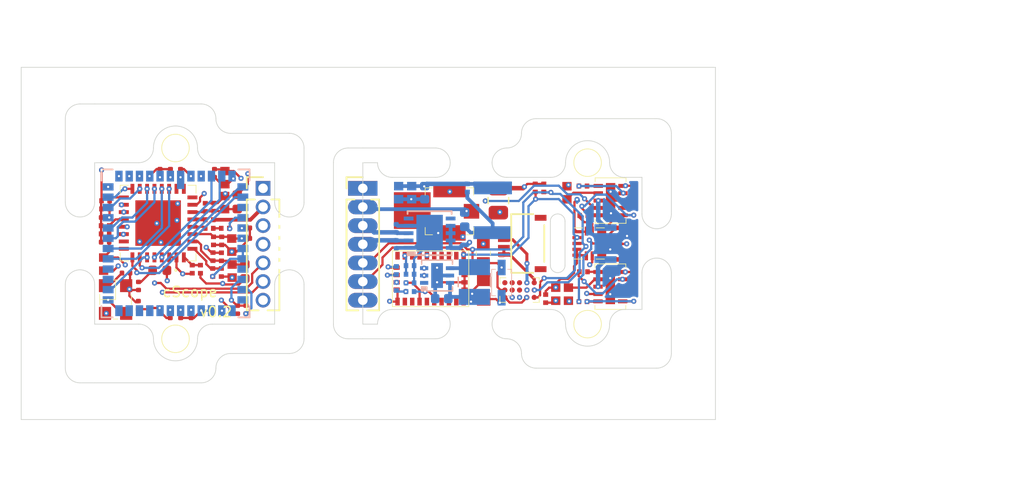
<source format=kicad_pcb>
(kicad_pcb (version 20171130) (host pcbnew "(5.1.10)-1")
  (layers (0 F.Cu signal) (1 In1.Cu power) (2 In2.Cu signal) (31 B.Cu signal) (34 B.Paste user) (35 F.Paste user) (36 B.SilkS user) (37 F.SilkS user) (38 B.Mask user) (39 F.Mask user) (44 Edge.Cuts user))
  (net 0 "")
  (net 1 GND)
  (net 2 +5V)
  (net 3 /RESET_BAR)
  (net 4 /EXTCLK)
  (net 5 /TRIGGER)
  (net 6 /STROBE)
  (net 7 /DOUT1)
  (net 8 /DOUT0)
  (net 9 +3V3)
  (net 10 "Net-(C6-Pad1)")
  (net 11 /Va)
  (net 12 /Vb)
  (net 13 "Net-(D3-PadA)")
  (net 14 /ENT1)
  (net 15 /_Wb)
  (net 16 /_Wa)
  (net 17 /CAP)
  (net 18 "Net-(D1-PadA)")
  (net 19 /EWL1)
  (net 20 /EWL2)
  (net 21 "Net-(U1-PadB3)")
  (net 22 "Net-(U1-PadB4)")
  (net 23 "Net-(U1-PadC3)")
  (net 24 "Net-(U1-PadC4)")
  (net 25 "Net-(U1-PadC5)")
  (net 26 VDDD)
  (net 27 DOUT_P)
  (net 28 PDB)
  (net 29 VDDPLL)
  (net 30 VDDCML)
  (net 31 CLK_OUT)
  (net 32 FV)
  (net 33 LV)
  (net 34 I2C_SDA)
  (net 35 I2C_SCL)
  (net 36 MODE)
  (net 37 DIN0)
  (net 38 DIN1)
  (net 39 DIN2)
  (net 40 DIN3)
  (net 41 DIN4)
  (net 42 DIN5)
  (net 43 DIN6)
  (net 44 DIN7)
  (net 45 DIN8)
  (net 46 DIN9)
  (net 47 DIN11)
  (net 48 DIN10)
  (net 49 VDDIO)
  (net 50 "Net-(C7-Pad2)")
  (net 51 "Net-(C8-Pad2)")
  (net 52 "Net-(C8-Pad1)")
  (net 53 "Net-(C39-Pad2)")
  (net 54 "Net-(C39-Pad1)")
  (net 55 "Net-(C45-Pad1)")
  (net 56 "Net-(C48-Pad2)")
  (net 57 "Net-(C48-Pad1)")
  (net 58 "Net-(C51-Pad1)")
  (net 59 "Net-(D2-Pad2)")
  (net 60 "Net-(D4-PadA)")
  (net 61 "Net-(L2-Pad2)")
  (net 62 "Net-(R9-Pad2)")
  (net 63 "Net-(R10-Pad2)")
  (net 64 "Net-(R16-Pad2)")
  (net 65 "Net-(R17-Pad2)")
  (net 66 "Net-(R18-Pad2)")
  (net 67 "Net-(U2-Pad17)")
  (net 68 "Net-(U2-Pad18)")
  (net 69 "Net-(U3-Pad27)")
  (net 70 "Net-(U3-Pad26)")
  (net 71 "Net-(U3-Pad14)")
  (net 72 "Net-(U3-Pad10)")
  (net 73 "Net-(L6-Pad1)")
  (net 74 /ENT)
  (module Connector:Conn_1x1_100x100_Pad_Cuthole_ (layer F.Cu) (at 68.125 141.1 180)
    (fp_text reference HOLE hide)
    (fp_text value Conn_1x1_250x750_Pad hide)
    (pad "" np_thru_hole circle (at 0 0 180) (size 0.5 0.5) (drill 0.5) (layers *.Cu *.Mask))
  )
  (module Connector:Conn_1x1_100x100_Pad_Cuthole_ (layer F.Cu) (at 68.875 141.1 180)
    (fp_text reference HOLE hide)
    (fp_text value Conn_1x1_250x750_Pad hide)
    (pad "" np_thru_hole circle (at 0 0 180) (size 0.5 0.5) (drill 0.5) (layers *.Cu *.Mask))
  )
  (module Connector:Conn_1x1_100x100_Pad_Cuthole_ (layer F.Cu) (at 65.875 141.1 180)
    (fp_text reference HOLE hide)
    (fp_text value Conn_1x1_250x750_Pad hide)
    (pad "" np_thru_hole circle (at 0 0 180) (size 0.5 0.5) (drill 0.5) (layers *.Cu *.Mask))
  )
  (module Connector:Conn_1x1_100x100_Pad_Cuthole_ (layer F.Cu) (at 66.625 141.1 180)
    (fp_text reference HOLE hide)
    (fp_text value Conn_1x1_250x750_Pad hide)
    (pad "" np_thru_hole circle (at 0 0 180) (size 0.5 0.5) (drill 0.5) (layers *.Cu *.Mask))
  )
  (module Connector:Conn_1x1_100x100_Pad_Cuthole_ (layer F.Cu) (at 67.375 141.1 180)
    (fp_text reference HOLE hide)
    (fp_text value Conn_1x1_250x750_Pad hide)
    (pad "" np_thru_hole circle (at 0 0 180) (size 0.5 0.5) (drill 0.5) (layers *.Cu *.Mask))
  )
  (module Connector:Conn_1x1_100x100_Pad_Cuthole_ (layer F.Cu) (at 68.125 127.9 180)
    (fp_text reference HOLE hide)
    (fp_text value Conn_1x1_250x750_Pad hide)
    (pad "" np_thru_hole circle (at 0 0 180) (size 0.5 0.5) (drill 0.5) (layers *.Cu *.Mask))
  )
  (module Connector:Conn_1x1_100x100_Pad_Cuthole_ (layer F.Cu) (at 68.875 127.9 180)
    (fp_text reference HOLE hide)
    (fp_text value Conn_1x1_250x750_Pad hide)
    (pad "" np_thru_hole circle (at 0 0 180) (size 0.5 0.5) (drill 0.5) (layers *.Cu *.Mask))
  )
  (module Connector:Conn_1x1_100x100_Pad_Cuthole_ (layer F.Cu) (at 67.375 127.9 180)
    (fp_text reference HOLE hide)
    (fp_text value Conn_1x1_250x750_Pad hide)
    (pad "" np_thru_hole circle (at 0 0 180) (size 0.5 0.5) (drill 0.5) (layers *.Cu *.Mask))
  )
  (module Connector:Conn_1x1_100x100_Pad_Cuthole_ (layer F.Cu) (at 65.875 127.9 180)
    (fp_text reference HOLE hide)
    (fp_text value Conn_1x1_250x750_Pad hide)
    (pad "" np_thru_hole circle (at 0 0 180) (size 0.5 0.5) (drill 0.5) (layers *.Cu *.Mask))
  )
  (module Connector:Conn_1x1_100x100_Pad_Cuthole_ (layer F.Cu) (at 66.625 127.9 180)
    (fp_text reference HOLE hide)
    (fp_text value Conn_1x1_250x750_Pad hide)
    (pad "" np_thru_hole circle (at 0 0 180) (size 0.5 0.5) (drill 0.5) (layers *.Cu *.Mask))
  )
  (module Connector:Conn_1x1_100x100_Pad_Cuthole_ (layer F.Cu) (at 56.075 133.375 90)
    (fp_text reference HOLE hide)
    (fp_text value Conn_1x1_250x750_Pad hide)
    (pad "" np_thru_hole circle (at 0 0 90) (size 0.5 0.5) (drill 0.5) (layers *.Cu *.Mask))
  )
  (module Connector:Conn_1x1_100x100_Pad_Cuthole_ (layer F.Cu) (at 56.075 132.625 90)
    (fp_text reference HOLE hide)
    (fp_text value Conn_1x1_250x750_Pad hide)
    (pad "" np_thru_hole circle (at 0 0 90) (size 0.5 0.5) (drill 0.5) (layers *.Cu *.Mask))
  )
  (module Connector:Conn_1x1_100x100_Pad_Cuthole_ (layer F.Cu) (at 56.075 135.625 90)
    (fp_text reference HOLE hide)
    (fp_text value Conn_1x1_250x750_Pad hide)
    (pad "" np_thru_hole circle (at 0 0 90) (size 0.5 0.5) (drill 0.5) (layers *.Cu *.Mask))
  )
  (module Connector:Conn_1x1_100x100_Pad_Cuthole_ (layer F.Cu) (at 56.075 134.125 90)
    (fp_text reference HOLE hide)
    (fp_text value Conn_1x1_250x750_Pad hide)
    (pad "" np_thru_hole circle (at 0 0 90) (size 0.5 0.5) (drill 0.5) (layers *.Cu *.Mask))
  )
  (module Connector:Conn_1x1_100x100_Pad_Cuthole_ (layer F.Cu) (at 56.075 134.875 90)
    (fp_text reference HOLE hide)
    (fp_text value Conn_1x1_250x750_Pad hide)
    (pad "" np_thru_hole circle (at 0 0 90) (size 0.5 0.5) (drill 0.5) (layers *.Cu *.Mask))
  )
  (module Connector:Conn_1x1_100x100_Pad_Cuthole_ (layer F.Cu) (at 56.075 136.375 90)
    (fp_text reference HOLE hide)
    (fp_text value Conn_1x1_250x750_Pad hide)
    (pad "" np_thru_hole circle (at 0 0 90) (size 0.5 0.5) (drill 0.5) (layers *.Cu *.Mask))
  )
  (module Connector:Conn_1x1_100x100_Pad_Cuthole_ (layer F.Cu) (at 39.6 136.4 90)
    (fp_text reference HOLE hide)
    (fp_text value Conn_1x1_250x750_Pad hide)
    (pad "" np_thru_hole circle (at 0 0 90) (size 0.5 0.5) (drill 0.5) (layers *.Cu *.Mask))
  )
  (module Connector:Conn_1x1_100x100_Pad_Cuthole_ (layer F.Cu) (at 39.6 135.65 90)
    (fp_text reference HOLE hide)
    (fp_text value Conn_1x1_250x750_Pad hide)
    (pad "" np_thru_hole circle (at 0 0 90) (size 0.5 0.5) (drill 0.5) (layers *.Cu *.Mask))
  )
  (module Connector:Conn_1x1_100x100_Pad_Cuthole_ (layer F.Cu) (at 39.6 134.9 90)
    (fp_text reference HOLE hide)
    (fp_text value Conn_1x1_250x750_Pad hide)
    (pad "" np_thru_hole circle (at 0 0 90) (size 0.5 0.5) (drill 0.5) (layers *.Cu *.Mask))
  )
  (module Connector:Conn_1x1_100x100_Pad_Cuthole_ (layer F.Cu) (at 39.6 134.15 90)
    (fp_text reference HOLE hide)
    (fp_text value Conn_1x1_250x750_Pad hide)
    (pad "" np_thru_hole circle (at 0 0 90) (size 0.5 0.5) (drill 0.5) (layers *.Cu *.Mask))
  )
  (module Connector:Conn_1x1_100x100_Pad_Cuthole_ (layer F.Cu) (at 39.6 133.4 90)
    (fp_text reference HOLE hide)
    (fp_text value Conn_1x1_250x750_Pad hide)
    (pad "" np_thru_hole circle (at 0 0 90) (size 0.5 0.5) (drill 0.5) (layers *.Cu *.Mask))
  )
  (module Connector:Conn_1x1_100x100_Pad_Cuthole_ (layer F.Cu) (at 39.6 132.65 90)
    (fp_text reference HOLE hide)
    (fp_text value Conn_1x1_250x750_Pad hide)
    (pad "" np_thru_hole circle (at 0 0 90) (size 0.5 0.5) (drill 0.5) (layers *.Cu *.Mask))
  )
  (module Connector:Conn_1x1_100x100_Pad_Cuthole_ (layer F.Cu) (at 41.4 136 90)
    (fp_text reference HOLE hide)
    (fp_text value Conn_1x1_250x750_Pad hide)
    (pad "" np_thru_hole circle (at 0 0 90) (size 0.5 0.5) (drill 0.5) (layers *.Cu *.Mask))
  )
  (module Connector:Conn_1x1_100x100_Pad_Cuthole_ (layer F.Cu) (at 41.4 135.25 90)
    (fp_text reference HOLE hide)
    (fp_text value Conn_1x1_250x750_Pad hide)
    (pad "" np_thru_hole circle (at 0 0 90) (size 0.5 0.5) (drill 0.5) (layers *.Cu *.Mask))
  )
  (module Connector:Conn_1x1_100x100_Pad_Cuthole_ (layer F.Cu) (at 41.4 134.5 90)
    (fp_text reference HOLE hide)
    (fp_text value Conn_1x1_250x750_Pad hide)
    (pad "" np_thru_hole circle (at 0 0 90) (size 0.5 0.5) (drill 0.5) (layers *.Cu *.Mask))
  )
  (module Connector:Conn_1x1_100x100_Pad_Cuthole_ (layer F.Cu) (at 41.4 133.75 90)
    (fp_text reference HOLE hide)
    (fp_text value Conn_1x1_250x750_Pad hide)
    (pad "" np_thru_hole circle (at 0 0 90) (size 0.5 0.5) (drill 0.5) (layers *.Cu *.Mask))
  )
  (module Connector:Conn_1x1_100x100_Pad_Cuthole_ (layer F.Cu) (at 41.4 133 90)
    (fp_text reference HOLE hide)
    (fp_text value Conn_1x1_250x750_Pad hide)
    (pad "" np_thru_hole circle (at 0 0 90) (size 0.5 0.5) (drill 0.5) (layers *.Cu *.Mask))
  )
  (module Connector:Conn_1x1_100x100_Pad_Cuthole_ (layer F.Cu) (at 54.35 136 90)
    (fp_text reference HOLE hide)
    (fp_text value Conn_1x1_250x750_Pad hide)
    (pad "" np_thru_hole circle (at 0 0 90) (size 0.5 0.5) (drill 0.5) (layers *.Cu *.Mask))
  )
  (module Connector:Conn_1x1_100x100_Pad_Cuthole_ (layer F.Cu) (at 54.35 135.25 90)
    (fp_text reference HOLE hide)
    (fp_text value Conn_1x1_250x750_Pad hide)
    (pad "" np_thru_hole circle (at 0 0 90) (size 0.5 0.5) (drill 0.5) (layers *.Cu *.Mask))
  )
  (module Connector:Conn_1x1_100x100_Pad_Cuthole_ (layer F.Cu) (at 54.35 134.5 90)
    (fp_text reference HOLE hide)
    (fp_text value Conn_1x1_250x750_Pad hide)
    (pad "" np_thru_hole circle (at 0 0 90) (size 0.5 0.5) (drill 0.5) (layers *.Cu *.Mask))
  )
  (module Connector:Conn_1x1_100x100_Pad_Cuthole_ (layer F.Cu) (at 54.35 133.75 90)
    (fp_text reference HOLE hide)
    (fp_text value Conn_1x1_250x750_Pad hide)
    (pad "" np_thru_hole circle (at 0 0 90) (size 0.5 0.5) (drill 0.5) (layers *.Cu *.Mask))
  )
  (module Connector:Conn_1x1_100x100_Pad_Cuthole_ (layer F.Cu) (at 54.35 133 90)
    (fp_text reference HOLE hide)
    (fp_text value Conn_1x1_250x750_Pad hide)
    (pad "" np_thru_hole circle (at 0 0 90) (size 0.5 0.5) (drill 0.5) (layers *.Cu *.Mask))
  )
  (module Connector:Conn_1x1_100x100_Pad_Cuthole_ (layer F.Cu) (at 80.65 134.5 90)
    (fp_text reference HOLE hide)
    (fp_text value Conn_1x1_250x750_Pad hide)
    (pad "" np_thru_hole circle (at 0 0 90) (size 0.5 0.5) (drill 0.5) (layers *.Cu *.Mask))
  )
  (module Connector:Conn_1x1_100x100_Pad_Cuthole_ (layer F.Cu) (at 80.65 135.25 90)
    (fp_text reference HOLE hide)
    (fp_text value Conn_1x1_250x750_Pad hide)
    (pad "" np_thru_hole circle (at 0 0 90) (size 0.5 0.5) (drill 0.5) (layers *.Cu *.Mask))
  )
  (module Connector:Conn_1x1_100x100_Pad_Cuthole_ (layer F.Cu) (at 80.65 133.75 90)
    (fp_text reference HOLE hide)
    (fp_text value Conn_1x1_250x750_Pad hide)
    (pad "" np_thru_hole circle (at 0 0 90) (size 0.5 0.5) (drill 0.5) (layers *.Cu *.Mask))
  )
  (module Connector:Conn_1x1_100x100_Pad_Cuthole_ (layer F.Cu) (at 79.35 133.75 90)
    (fp_text reference HOLE hide)
    (fp_text value Conn_1x1_250x750_Pad hide)
    (pad "" np_thru_hole circle (at 0 0 90) (size 0.5 0.5) (drill 0.5) (layers *.Cu *.Mask))
  )
  (module Connector:Conn_1x1_100x100_Pad_Cuthole_ (layer F.Cu) (at 79.35 134.5 90)
    (fp_text reference HOLE hide)
    (fp_text value Conn_1x1_250x750_Pad hide)
    (pad "" np_thru_hole circle (at 0 0 90) (size 0.5 0.5) (drill 0.5) (layers *.Cu *.Mask))
  )
  (module Connector:Conn_1x1_100x100_Pad_Cuthole_ (layer F.Cu) (at 79.35 135.25 90)
    (fp_text reference HOLE hide)
    (fp_text value Conn_1x1_250x750_Pad hide)
    (pad "" np_thru_hole circle (at 0 0 90) (size 0.5 0.5) (drill 0.5) (layers *.Cu *.Mask))
  )
  (module Connector:Conn_1x1_100x100_Pad_Cuthole_ (layer F.Cu) (at 68.5 139.35)
    (fp_text reference HOLE hide)
    (fp_text value Conn_1x1_250x750_Pad hide)
    (pad "" np_thru_hole circle (at 0 0) (size 0.5 0.5) (drill 0.5) (layers *.Cu *.Mask))
  )
  (module Connector:Conn_1x1_100x100_Pad_Cuthole_ (layer F.Cu) (at 67.75 139.35)
    (fp_text reference HOLE hide)
    (fp_text value Conn_1x1_250x750_Pad hide)
    (pad "" np_thru_hole circle (at 0 0) (size 0.5 0.5) (drill 0.5) (layers *.Cu *.Mask))
  )
  (module Connector:Conn_1x1_100x100_Pad_Cuthole_ (layer F.Cu) (at 66.25 139.35)
    (fp_text reference HOLE hide)
    (fp_text value Conn_1x1_250x750_Pad hide)
    (pad "" np_thru_hole circle (at 0 0) (size 0.5 0.5) (drill 0.5) (layers *.Cu *.Mask))
  )
  (module Connector:Conn_1x1_100x100_Pad_Cuthole_ (layer F.Cu) (at 67 139.35)
    (fp_text reference HOLE hide)
    (fp_text value Conn_1x1_250x750_Pad hide)
    (pad "" np_thru_hole circle (at 0 0) (size 0.5 0.5) (drill 0.5) (layers *.Cu *.Mask))
  )
  (module Connector:Conn_1x1_100x100_Pad_Cuthole_ (layer F.Cu) (at 68.5 129.65)
    (fp_text reference HOLE hide)
    (fp_text value Conn_1x1_250x750_Pad hide)
    (pad "" np_thru_hole circle (at 0 0) (size 0.5 0.5) (drill 0.5) (layers *.Cu *.Mask))
  )
  (module Connector:Conn_1x1_100x100_Pad_Cuthole_ (layer F.Cu) (at 67.75 129.65)
    (fp_text reference HOLE hide)
    (fp_text value Conn_1x1_250x750_Pad hide)
    (pad "" np_thru_hole circle (at 0 0) (size 0.5 0.5) (drill 0.5) (layers *.Cu *.Mask))
  )
  (module Connector:Conn_1x1_100x100_Pad_Cuthole_ (layer F.Cu) (at 67 129.65)
    (fp_text reference HOLE hide)
    (fp_text value Conn_1x1_250x750_Pad hide)
    (pad "" np_thru_hole circle (at 0 0) (size 0.5 0.5) (drill 0.5) (layers *.Cu *.Mask))
  )
  (module Connector:Conn_1x1_100x100_Pad_Cuthole_ (layer F.Cu) (at 66.25 129.65)
    (fp_text reference HOLE hide)
    (fp_text value Conn_1x1_250x750_Pad hide)
    (pad "" np_thru_hole circle (at 0 0) (size 0.5 0.5) (drill 0.5) (layers *.Cu *.Mask))
  )
  (module Connector:Conn_1x1_700_Circular_Pad_mountinghole (layer F.Cu) (at 75.29974 129.00002 180)
    (fp_text reference H3)
    (fp_text value MountingHole hide)
    (pad "" np_thru_hole circle (at 0 0 180) (size 1 1) (drill 1) (layers *.Cu *.Mask))
  )
  (module Connector:Conn_1x1_700_Circular_Pad_mountinghole (layer F.Cu) (at 47.24994 141.00152 180)
    (fp_text reference H3)
    (fp_text value MountingHole hide)
    (pad "" np_thru_hole circle (at 0 0 180) (size 1 1) (drill 1) (layers *.Cu *.Mask))
  )
  (module Connector:Conn_1x1_700_Circular_Pad_mountinghole (layer F.Cu) (at 47.2474 127.99926 180)
    (fp_text reference H3)
    (fp_text value MountingHole hide)
    (pad "" np_thru_hole circle (at 0 0 180) (size 1 1) (drill 1) (layers *.Cu *.Mask))
  )
  (module Connector:Conn_1x1_700_Circular_Pad_mountinghole (layer F.Cu) (at 75.29974 140.00076)
    (fp_text reference H3)
    (fp_text value MountingHole hide)
    (pad "" np_thru_hole circle (at 0 0) (size 1 1) (drill 1) (layers *.Cu *.Mask))
  )
  (module .Capacitor:C_0805_2012Metric_L (layer F.Cu) (at 69.2266 131.5832 270)
    (fp_text reference C12)
    (fp_text value GRM21BR61A476ME15L)
    (pad 2 smd roundrect (at 0.82 0 270) (size 0.93 1.32) (layers F.Cu F.Paste F.Mask) (net 1 GND))
    (pad 1 smd roundrect (at -0.82 0 270) (size 0.93 1.32) (layers F.Cu F.Paste F.Mask) (net 9 +3V3))
  )
  (module .Package_LCC:iLCC48P70_1000X1000X135L80X40N (layer B.Cu) (at 47.25 134.5 180)
    (fp_text reference U6)
    (fp_text value MT9P031I12STM-DP)
    (pad 18 smd rect (at -4.585 -3.85 180) (size 0.74 0.5) (layers B.Cu B.Paste B.Mask))
    (pad 17 smd rect (at -4.585 -3.15 180) (size 0.74 0.5) (layers B.Cu B.Paste B.Mask) (net 1 GND))
    (pad 16 smd rect (at -4.585 -2.45 180) (size 0.74 0.5) (layers B.Cu B.Paste B.Mask) (net 3 /RESET_BAR))
    (pad 15 smd rect (at -4.585 -1.75 180) (size 0.74 0.5) (layers B.Cu B.Paste B.Mask) (net 5 /TRIGGER))
    (pad 14 smd rect (at -4.585 -1.05 180) (size 0.74 0.5) (layers B.Cu B.Paste B.Mask) (net 49 VDDIO))
    (pad 13 smd rect (at -4.585 -0.35 180) (size 0.74 0.5) (layers B.Cu B.Paste B.Mask) (net 49 VDDIO))
    (pad 12 smd rect (at -4.585 0.35 180) (size 0.74 0.5) (layers B.Cu B.Paste B.Mask) (net 26 VDDD))
    (pad 11 smd rect (at -4.585 1.05 180) (size 0.74 0.5) (layers B.Cu B.Paste B.Mask) (net 49 VDDIO))
    (pad 10 smd rect (at -4.585 1.75 180) (size 0.74 0.5) (layers B.Cu B.Paste B.Mask) (net 1 GND))
    (pad 9 smd rect (at -4.585 2.45 180) (size 0.74 0.5) (layers B.Cu B.Paste B.Mask) (net 6 /STROBE))
    (pad 8 smd rect (at -4.585 3.15 180) (size 0.74 0.5) (layers B.Cu B.Paste B.Mask) (net 33 LV))
    (pad 7 smd rect (at -4.585 3.85 180) (size 0.74 0.5) (layers B.Cu B.Paste B.Mask) (net 32 FV))
    (pad 6 smd rect (at -3.85 4.585 90) (size 0.74 0.5) (layers B.Cu B.Paste B.Mask) (net 1 GND))
    (pad 5 smd rect (at -3.15 4.585 90) (size 0.74 0.5) (layers B.Cu B.Paste B.Mask) (net 34 I2C_SDA))
    (pad 4 smd rect (at -2.45 4.585 90) (size 0.74 0.5) (layers B.Cu B.Paste B.Mask) (net 35 I2C_SCL))
    (pad 3 smd rect (at -1.75 4.585 90) (size 0.74 0.5) (layers B.Cu B.Paste B.Mask) (net 1 GND))
    (pad 2 smd rect (at -1.05 4.585 90) (size 0.74 0.5) (layers B.Cu B.Paste B.Mask) (net 1 GND))
    (pad 1 smd rect (at -0.35 4.331 90) (size 1.248 0.5) (layers B.Cu B.Paste B.Mask) (net 49 VDDIO))
    (pad 48 smd rect (at 0.35 4.585 90) (size 0.74 0.5) (layers B.Cu B.Paste B.Mask) (net 49 VDDIO))
    (pad 47 smd rect (at 1.05 4.585 90) (size 0.74 0.5) (layers B.Cu B.Paste B.Mask) (net 26 VDDD))
    (pad 46 smd rect (at 1.75 4.585 90) (size 0.74 0.5) (layers B.Cu B.Paste B.Mask) (net 1 GND))
    (pad 45 smd rect (at 2.45 4.585 90) (size 0.74 0.5) (layers B.Cu B.Paste B.Mask) (net 46 DIN9))
    (pad 44 smd rect (at 3.15 4.585 90) (size 0.74 0.5) (layers B.Cu B.Paste B.Mask) (net 45 DIN8))
    (pad 43 smd rect (at 3.85 4.585 90) (size 0.74 0.5) (layers B.Cu B.Paste B.Mask) (net 44 DIN7))
    (pad 42 smd rect (at 4.585 3.85 180) (size 0.74 0.5) (layers B.Cu B.Paste B.Mask) (net 43 DIN6))
    (pad 41 smd rect (at 4.585 3.15 180) (size 0.74 0.5) (layers B.Cu B.Paste B.Mask) (net 42 DIN5))
    (pad 40 smd rect (at 4.585 2.45 180) (size 0.74 0.5) (layers B.Cu B.Paste B.Mask) (net 41 DIN4))
    (pad 39 smd rect (at 4.585 1.75 180) (size 0.74 0.5) (layers B.Cu B.Paste B.Mask) (net 49 VDDIO))
    (pad 38 smd rect (at 4.585 1.05 180) (size 0.74 0.5) (layers B.Cu B.Paste B.Mask) (net 40 DIN3))
    (pad 37 smd rect (at 4.585 0.35 180) (size 0.74 0.5) (layers B.Cu B.Paste B.Mask) (net 39 DIN2))
    (pad 36 smd rect (at 4.585 -0.35 180) (size 0.74 0.5) (layers B.Cu B.Paste B.Mask) (net 38 DIN1))
    (pad 35 smd rect (at 4.585 -1.05 180) (size 0.74 0.5) (layers B.Cu B.Paste B.Mask) (net 37 DIN0))
    (pad 34 smd rect (at 4.585 -1.75 180) (size 0.74 0.5) (layers B.Cu B.Paste B.Mask) (net 7 /DOUT1))
    (pad 33 smd rect (at 4.585 -2.45 180) (size 0.74 0.5) (layers B.Cu B.Paste B.Mask) (net 8 /DOUT0))
    (pad 32 smd rect (at 4.585 -3.15 180) (size 0.74 0.5) (layers B.Cu B.Paste B.Mask) (net 31 CLK_OUT))
    (pad 31 smd rect (at 4.585 -3.85 180) (size 0.74 0.5) (layers B.Cu B.Paste B.Mask) (net 4 /EXTCLK))
    (pad 30 smd rect (at 3.85 -4.585 90) (size 0.74 0.5) (layers B.Cu B.Paste B.Mask))
    (pad 29 smd rect (at 3.15 -4.585 90) (size 0.74 0.5) (layers B.Cu B.Paste B.Mask))
    (pad 28 smd rect (at 2.45 -4.585 90) (size 0.74 0.5) (layers B.Cu B.Paste B.Mask))
    (pad 27 smd rect (at 1.75 -4.585 90) (size 0.74 0.5) (layers B.Cu B.Paste B.Mask))
    (pad 26 smd rect (at 1.05 -4.585 90) (size 0.74 0.5) (layers B.Cu B.Paste B.Mask) (net 1 GND))
    (pad 25 smd rect (at 0.35 -4.585 90) (size 0.74 0.5) (layers B.Cu B.Paste B.Mask) (net 49 VDDIO))
    (pad 24 smd rect (at -0.35 -4.585 90) (size 0.74 0.5) (layers B.Cu B.Paste B.Mask) (net 49 VDDIO))
    (pad 23 smd rect (at -1.05 -4.585 90) (size 0.74 0.5) (layers B.Cu B.Paste B.Mask) (net 49 VDDIO))
    (pad 22 smd rect (at -1.75 -4.585 90) (size 0.74 0.5) (layers B.Cu B.Paste B.Mask) (net 1 GND))
    (pad 21 smd rect (at -2.45 -4.585 90) (size 0.74 0.5) (layers B.Cu B.Paste B.Mask) (net 1 GND))
    (pad 20 smd rect (at -3.15 -4.585 90) (size 0.74 0.5) (layers B.Cu B.Paste B.Mask) (net 1 GND))
    (pad 19 smd rect (at -3.85 -4.585 90) (size 0.74 0.5) (layers B.Cu B.Paste B.Mask))
  )
  (module Connector_PinHeader_1.27mm:PinHeader_1x07_P1.27mm_Vertical (layer F.Cu) (at 53.21132 130.74754)
    (fp_text reference J6)
    (fp_text value Conn_01x07)
    (pad 7 thru_hole oval (at 0 7.62) (size 1 1) (drill 0.65) (layers *.Cu *.Mask) (net 1 GND))
    (pad 6 thru_hole oval (at 0 6.35) (size 1 1) (drill 0.65) (layers *.Cu *.Mask) (net 34 I2C_SDA))
    (pad 5 thru_hole oval (at 0 5.08) (size 1 1) (drill 0.65) (layers *.Cu *.Mask) (net 35 I2C_SCL))
    (pad 4 thru_hole oval (at 0 3.81) (size 1 1) (drill 0.65) (layers *.Cu *.Mask) (net 26 VDDD))
    (pad 3 thru_hole oval (at 0 2.54) (size 1 1) (drill 0.65) (layers *.Cu *.Mask) (net 49 VDDIO))
    (pad 2 thru_hole oval (at 0 1.27) (size 1 1) (drill 0.65) (layers *.Cu *.Mask) (net 27 DOUT_P))
    (pad 1 thru_hole rect (at 0 0) (size 1 1) (drill 0.65) (layers *.Cu *.Mask) (net 74 /ENT))
  )
  (module Connector_PinHeader_1.27mm:PinHeader_1x07_P1.27mm_Vertical (layer F.Cu) (at 60 130.75)
    (fp_text reference J5)
    (fp_text value Conn_01x07)
    (pad 7 thru_hole oval (at 0 7.62) (size 2 1) (drill 0.65) (layers *.Cu *.Mask) (net 1 GND))
    (pad 6 thru_hole oval (at 0 6.35) (size 2 1) (drill 0.65) (layers *.Cu *.Mask) (net 34 I2C_SDA))
    (pad 5 thru_hole oval (at 0 5.08) (size 2 1) (drill 0.65) (layers *.Cu *.Mask) (net 35 I2C_SCL))
    (pad 4 thru_hole oval (at 0 3.81) (size 2 1) (drill 0.65) (layers *.Cu *.Mask) (net 26 VDDD))
    (pad 3 thru_hole oval (at 0 2.54) (size 2 1) (drill 0.65) (layers *.Cu *.Mask) (net 49 VDDIO))
    (pad 2 thru_hole oval (at 0 1.27) (size 2 1) (drill 0.65) (layers *.Cu *.Mask) (net 27 DOUT_P))
    (pad 1 thru_hole rect (at 0 0) (size 2 1) (drill 0.65) (layers *.Cu *.Mask) (net 74 /ENT))
  )
  (module ".Connector:FH19C-4S-0.5SH(10)" (layer F.Cu) (at 69.6012 134.5042 90)
    (fp_text reference J1)
    (fp_text value "FH19C-4S-0.5SH(10)")
    (pad NA smd rect (at 1.75 2.5 90) (size 0.4 0.8) (layers F.Cu F.Paste F.Mask))
    (pad NA smd rect (at -1.75 2.5 90) (size 0.4 0.8) (layers F.Cu F.Paste F.Mask))
    (pad 4 smd rect (at 0.75 0 90) (size 0.3 0.8) (layers F.Cu F.Paste F.Mask) (net 19 /EWL1))
    (pad 3 smd rect (at 0.25 0 90) (size 0.3 0.8) (layers F.Cu F.Paste F.Mask) (net 19 /EWL1))
    (pad 2 smd rect (at -0.25 0 90) (size 0.3 0.8) (layers F.Cu F.Paste F.Mask) (net 20 /EWL2))
    (pad 1 smd rect (at -0.75 0 90) (size 0.3 0.8) (layers F.Cu F.Paste F.Mask) (net 20 /EWL2))
  )
  (module Capacitor:C_0201_0603Metric_L (layer F.Cu) (at 75.0166 136.4346)
    (fp_text reference C39)
    (fp_text value GRM033R61A225ME47D)
    (pad 2 smd rect (at 0.275 0) (size 0.31 0.34) (layers F.Cu F.Paste F.Mask) (net 53 "Net-(C39-Pad2)"))
    (pad 1 smd rect (at -0.275 0) (size 0.31 0.34) (layers F.Cu F.Paste F.Mask) (net 54 "Net-(C39-Pad1)"))
  )
  (module .Resistor:R_0201_0603Metric_ERJ_L (layer F.Cu) (at 44.732 137.3998 270)
    (fp_text reference R13)
    (fp_text value 500)
    (pad 2 smd roundrect (at 0.275 0 270) (size 0.31 0.34) (layers F.Cu F.Paste F.Mask) (net 49 VDDIO))
    (pad 1 smd roundrect (at -0.275 0 270) (size 0.31 0.34) (layers F.Cu F.Paste F.Mask) (net 59 "Net-(D2-Pad2)"))
  )
  (module LED_SMD:LED_0402_1005Metric (layer F.Cu) (at 46.1798 136.333 180)
    (fp_text reference D2)
    (fp_text value "LED 0402")
    (pad 2 smd roundrect (at 0.485 0 180) (size 0.59 0.64) (layers F.Cu F.Paste F.Mask) (net 59 "Net-(D2-Pad2)"))
    (pad 1 smd roundrect (at -0.485 0 180) (size 0.59 0.64) (layers F.Cu F.Paste F.Mask) (net 1 GND))
  )
  (module .Resistor:R_0201_0603Metric_ERJ_L (layer F.Cu) (at 51.4782 139.0148 90)
    (fp_text reference R12)
    (fp_text value 1k)
    (pad 2 smd roundrect (at 0.275 0 90) (size 0.31 0.34) (layers F.Cu F.Paste F.Mask) (net 3 /RESET_BAR))
    (pad 1 smd roundrect (at -0.275 0 90) (size 0.31 0.34) (layers F.Cu F.Paste F.Mask) (net 49 VDDIO))
  )
  (module .Capacitor:C_0201_0603Metric_L (layer F.Cu) (at 52.04218 139.0148 270)
    (fp_text reference C31)
    (fp_text value 1uF)
    (pad 2 smd roundrect (at 0.275 0 270) (size 0.31 0.34) (layers F.Cu F.Paste F.Mask) (net 1 GND))
    (pad 1 smd roundrect (at -0.275 0 270) (size 0.31 0.34) (layers F.Cu F.Paste F.Mask) (net 3 /RESET_BAR))
  )
  (module .Capacitor:C_0201_0603Metric_L (layer F.Cu) (at 42.4612 134.412 180)
    (fp_text reference C33)
    (fp_text value 1uF)
    (pad 2 smd roundrect (at 0.275 0 180) (size 0.31 0.34) (layers F.Cu F.Paste F.Mask) (net 1 GND))
    (pad 1 smd roundrect (at -0.275 0 180) (size 0.31 0.34) (layers F.Cu F.Paste F.Mask) (net 26 VDDD))
  )
  (module Package_QFN:QFN_33_P50_500X500X80L40X24T310L (layer F.Cu) (at 46.068 133.1166)
    (fp_text reference U2)
    (fp_text value DS90UB913ATRTVTQ1)
    (pad 1 smd rect (at -1.75 2.335 90) (size 0.68 0.26) (layers F.Cu F.Paste F.Mask) (net 33 LV))
    (pad 2 smd rect (at -1.25 2.335 90) (size 0.68 0.26) (layers F.Cu F.Paste F.Mask) (net 32 FV))
    (pad 3 smd rect (at -0.75 2.335 90) (size 0.68 0.26) (layers F.Cu F.Paste F.Mask) (net 31 CLK_OUT))
    (pad 4 smd rect (at -0.25 2.335 90) (size 0.68 0.26) (layers F.Cu F.Paste F.Mask) (net 35 I2C_SCL))
    (pad 5 smd rect (at 0.25 2.335 90) (size 0.68 0.26) (layers F.Cu F.Paste F.Mask) (net 34 I2C_SDA))
    (pad 6 smd rect (at 0.75 2.335 90) (size 0.68 0.26) (layers F.Cu F.Paste F.Mask) (net 1 GND))
    (pad 7 smd rect (at 1.25 2.335 90) (size 0.68 0.26) (layers F.Cu F.Paste F.Mask) (net 1 GND))
    (pad 8 smd rect (at 1.75 2.335 90) (size 0.68 0.26) (layers F.Cu F.Paste F.Mask) (net 36 MODE))
    (pad 9 smd rect (at 2.335 1.75) (size 0.68 0.26) (layers F.Cu F.Paste F.Mask) (net 28 PDB))
    (pad 10 smd rect (at 2.335 1.25) (size 0.68 0.26) (layers F.Cu F.Paste F.Mask) (net 29 VDDPLL))
    (pad 11 smd rect (at 2.335 0.75) (size 0.68 0.26) (layers F.Cu F.Paste F.Mask) (net 26 VDDD))
    (pad 12 smd rect (at 2.335 0.25) (size 0.68 0.26) (layers F.Cu F.Paste F.Mask) (net 51 "Net-(C8-Pad2)"))
    (pad 13 smd rect (at 2.335 -0.25) (size 0.68 0.26) (layers F.Cu F.Paste F.Mask) (net 50 "Net-(C7-Pad2)"))
    (pad 14 smd rect (at 2.335 -0.75) (size 0.68 0.26) (layers F.Cu F.Paste F.Mask) (net 30 VDDCML))
    (pad 15 smd rect (at 2.335 -1.25) (size 0.68 0.26) (layers F.Cu F.Paste F.Mask) (net 74 /ENT))
    (pad 16 smd rect (at 2.335 -1.75) (size 0.68 0.26) (layers F.Cu F.Paste F.Mask) (net 14 /ENT1))
    (pad 17 smd rect (at 1.75 -2.335 90) (size 0.68 0.26) (layers F.Cu F.Paste F.Mask) (net 67 "Net-(U2-Pad17)"))
    (pad 18 smd rect (at 1.25 -2.335 90) (size 0.68 0.26) (layers F.Cu F.Paste F.Mask) (net 68 "Net-(U2-Pad18)"))
    (pad 19 smd rect (at 0.75 -2.335 90) (size 0.68 0.26) (layers F.Cu F.Paste F.Mask) (net 37 DIN0))
    (pad 20 smd rect (at 0.25 -2.335 90) (size 0.68 0.26) (layers F.Cu F.Paste F.Mask) (net 38 DIN1))
    (pad 21 smd rect (at -0.25 -2.335 90) (size 0.68 0.26) (layers F.Cu F.Paste F.Mask) (net 39 DIN2))
    (pad 22 smd rect (at -0.75 -2.335 90) (size 0.68 0.26) (layers F.Cu F.Paste F.Mask) (net 40 DIN3))
    (pad 23 smd rect (at -1.25 -2.335 90) (size 0.68 0.26) (layers F.Cu F.Paste F.Mask) (net 41 DIN4))
    (pad 24 smd rect (at -1.75 -2.335 90) (size 0.68 0.26) (layers F.Cu F.Paste F.Mask) (net 42 DIN5))
    (pad 25 smd rect (at -2.335 -1.75) (size 0.68 0.26) (layers F.Cu F.Paste F.Mask) (net 49 VDDIO))
    (pad 26 smd rect (at -2.335 -1.25) (size 0.68 0.26) (layers F.Cu F.Paste F.Mask) (net 43 DIN6))
    (pad 27 smd rect (at -2.335 -0.75) (size 0.68 0.26) (layers F.Cu F.Paste F.Mask) (net 44 DIN7))
    (pad 28 smd rect (at -2.335 -0.25) (size 0.68 0.26) (layers F.Cu F.Paste F.Mask) (net 26 VDDD))
    (pad 29 smd rect (at -2.335 0.25) (size 0.68 0.26) (layers F.Cu F.Paste F.Mask) (net 45 DIN8))
    (pad 30 smd rect (at -2.335 0.75) (size 0.68 0.26) (layers F.Cu F.Paste F.Mask) (net 46 DIN9))
    (pad 31 smd rect (at -2.335 1.25) (size 0.68 0.26) (layers F.Cu F.Paste F.Mask) (net 48 DIN10))
    (pad 32 smd rect (at -2.335 1.75) (size 0.68 0.26) (layers F.Cu F.Paste F.Mask) (net 47 DIN11))
    (pad 33 smd rect (at 0 0) (size 3.1 3.1) (layers F.Cu F.Paste F.Mask) (net 1 GND))
  )
  (module .Resistor:R_0201_0603Metric_ERJ_L (layer F.Cu) (at 43.8836 136.5202 180)
    (fp_text reference R17)
    (fp_text value DNL)
    (pad 2 smd roundrect (at 0.275 0 180) (size 0.31 0.34) (layers F.Cu F.Paste F.Mask) (net 65 "Net-(R17-Pad2)"))
    (pad 1 smd roundrect (at -0.275 0 180) (size 0.31 0.34) (layers F.Cu F.Paste F.Mask) (net 49 VDDIO))
  )
  (module .Capacitor:C_0201_0603Metric_L (layer F.Cu) (at 44.7218 138.7046 270)
    (fp_text reference C49)
    (fp_text value 10nF)
    (pad 2 smd roundrect (at 0.275 0 270) (size 0.31 0.34) (layers F.Cu F.Paste F.Mask) (net 1 GND))
    (pad 1 smd roundrect (at -0.275 0 270) (size 0.31 0.34) (layers F.Cu F.Paste F.Mask) (net 49 VDDIO))
  )
  (module .Capacitor:C_0201_0603Metric_L (layer F.Cu) (at 47.6022 139.3048 270)
    (fp_text reference C55)
    (fp_text value 0.1uF)
    (pad 2 smd roundrect (at 0.275 0 270) (size 0.31 0.34) (layers F.Cu F.Paste F.Mask) (net 1 GND))
    (pad 1 smd roundrect (at -0.275 0 270) (size 0.31 0.34) (layers F.Cu F.Paste F.Mask) (net 49 VDDIO))
  )
  (module .Capacitor:C_0201_0603Metric_L (layer F.Cu) (at 48.3134 139.3048 270)
    (fp_text reference C42)
    (fp_text value 0.1uF)
    (pad 2 smd roundrect (at 0.275 0 270) (size 0.31 0.34) (layers F.Cu F.Paste F.Mask) (net 1 GND))
    (pad 1 smd roundrect (at -0.275 0 270) (size 0.31 0.34) (layers F.Cu F.Paste F.Mask) (net 49 VDDIO))
  )
  (module .Capacitor:C_0201_0603Metric_L (layer F.Cu) (at 47.592 129.713 90)
    (fp_text reference C37)
    (fp_text value 0.1uF)
    (pad 2 smd roundrect (at 0.275 0 90) (size 0.31 0.34) (layers F.Cu F.Paste F.Mask) (net 1 GND))
    (pad 1 smd roundrect (at -0.275 0 90) (size 0.31 0.34) (layers F.Cu F.Paste F.Mask) (net 49 VDDIO))
  )
  (module .Capacitor:C_0201_0603Metric_L (layer F.Cu) (at 49.9034 129.713 270)
    (fp_text reference C32)
    (fp_text value 1uF)
    (pad 2 smd roundrect (at 0.275 0 270) (size 0.31 0.34) (layers F.Cu F.Paste F.Mask) (net 1 GND))
    (pad 1 smd roundrect (at -0.275 0 270) (size 0.31 0.34) (layers F.Cu F.Paste F.Mask) (net 49 VDDIO))
  )
  (module .Capacitor:C_0201_0603Metric_L (layer F.Cu) (at 42.4612 132.7356 180)
    (fp_text reference C46)
    (fp_text value 0.1uF)
    (pad 2 smd roundrect (at 0.275 0 180) (size 0.31 0.34) (layers F.Cu F.Paste F.Mask) (net 1 GND))
    (pad 1 smd roundrect (at -0.275 0 180) (size 0.31 0.34) (layers F.Cu F.Paste F.Mask) (net 49 VDDIO))
  )
  (module .Capacitor:C_0201_0603Metric_L (layer F.Cu) (at 46.891 139.3048 270)
    (fp_text reference C43)
    (fp_text value 0.1uF)
    (pad 2 smd roundrect (at 0.275 0 270) (size 0.31 0.34) (layers F.Cu F.Paste F.Mask) (net 1 GND))
    (pad 1 smd roundrect (at -0.275 0 270) (size 0.31 0.34) (layers F.Cu F.Paste F.Mask) (net 49 VDDIO))
  )
  (module .Capacitor:C_0201_0603Metric_L (layer F.Cu) (at 46.9062 129.713 90)
    (fp_text reference C40)
    (fp_text value 0.1uF)
    (pad 2 smd roundrect (at 0.275 0 90) (size 0.31 0.34) (layers F.Cu F.Paste F.Mask) (net 1 GND))
    (pad 1 smd roundrect (at -0.275 0 90) (size 0.31 0.34) (layers F.Cu F.Paste F.Mask) (net 49 VDDIO))
  )
  (module .Capacitor:C_0201_0603Metric_L (layer F.Cu) (at 52.037 133.4468)
    (fp_text reference C35)
    (fp_text value 0.1uF)
    (pad 2 smd roundrect (at 0.275 0) (size 0.31 0.34) (layers F.Cu F.Paste F.Mask) (net 1 GND))
    (pad 1 smd roundrect (at -0.275 0) (size 0.31 0.34) (layers F.Cu F.Paste F.Mask) (net 49 VDDIO))
  )
  (module .Capacitor:C_0201_0603Metric_L (layer F.Cu) (at 52.037 134.158)
    (fp_text reference C41)
    (fp_text value 0.1uF)
    (pad 2 smd roundrect (at 0.275 0) (size 0.31 0.34) (layers F.Cu F.Paste F.Mask) (net 1 GND))
    (pad 1 smd roundrect (at -0.275 0) (size 0.31 0.34) (layers F.Cu F.Paste F.Mask) (net 26 VDDD))
  )
  (module .Capacitor:C_0201_0603Metric_L (layer F.Cu) (at 46.195 129.713 90)
    (fp_text reference C36)
    (fp_text value 0.1uF)
    (pad 2 smd roundrect (at 0.275 0 90) (size 0.31 0.34) (layers F.Cu F.Paste F.Mask) (net 1 GND))
    (pad 1 smd roundrect (at -0.275 0 90) (size 0.31 0.34) (layers F.Cu F.Paste F.Mask) (net 26 VDDD))
  )
  (module .Package_QFN:DFN10_3x3_11P50_300X300X100L40X24T250X180N (layer B.Cu) (at 64.5466 133.8024 90)
    (fp_text reference U9)
    (fp_text value NCV8154MW180280TBG)
    (pad 11 smd rect (at 0 0) (size 1.8 2.5) (layers B.Cu B.Mask) (net 1 GND))
    (pad 10 smd rect (at -1 1.43) (size 0.66 0.26) (layers B.Cu B.Paste B.Mask) (net 9 +3V3))
    (pad 9 smd rect (at -0.5 1.43) (size 0.66 0.26) (layers B.Cu B.Paste B.Mask) (net 9 +3V3))
    (pad 8 smd rect (at 0 1.43) (size 0.66 0.26) (layers B.Cu B.Paste B.Mask) (net 9 +3V3))
    (pad 7 smd rect (at 0.5 1.43) (size 0.66 0.26) (layers B.Cu B.Paste B.Mask) (net 9 +3V3))
    (pad 6 smd rect (at 1 1.43) (size 0.66 0.26) (layers B.Cu B.Paste B.Mask))
    (pad 5 smd rect (at 1 -1.43) (size 0.66 0.26) (layers B.Cu B.Paste B.Mask))
    (pad 4 smd rect (at 0.5 -1.43) (size 0.66 0.26) (layers B.Cu B.Paste B.Mask) (net 1 GND))
    (pad 3 smd rect (at 0 -1.43) (size 0.66 0.26) (layers B.Cu B.Paste B.Mask) (net 49 VDDIO))
    (pad 2 smd rect (at -0.5 -1.43) (size 0.66 0.26) (layers B.Cu B.Paste B.Mask) (net 26 VDDD))
    (pad 1 smd rect (at -1 -1.43) (size 0.66 0.26) (layers B.Cu B.Paste B.Mask) (net 1 GND))
  )
  (module .Package_SON:SON_7P50_200X200X57L35X24T170X80N (layer B.Cu) (at 65.0546 136.6886 90)
    (fp_text reference U4)
    (fp_text value SC189ZULTRT)
    (pad 7 smd rect (at 0 0) (size 0.8 1.7) (layers B.Cu B.Paste B.Mask) (net 1 GND))
    (pad 6 smd rect (at -0.5 0.88) (size 0.56 0.26) (layers B.Cu B.Paste B.Mask) (net 9 +3V3))
    (pad 5 smd rect (at 0 0.88) (size 0.56 0.26) (layers B.Cu B.Paste B.Mask) (net 1 GND))
    (pad 4 smd rect (at 0.5 0.88) (size 0.56 0.26) (layers B.Cu B.Paste B.Mask) (net 73 "Net-(L6-Pad1)"))
    (pad 3 smd rect (at 0.5 -0.88) (size 0.56 0.26) (layers B.Cu B.Paste B.Mask) (net 2 +5V))
    (pad 2 smd rect (at 0 -0.88) (size 0.56 0.26) (layers B.Cu B.Paste B.Mask) (net 2 +5V))
    (pad 1 smd rect (at -0.5 -0.88) (size 0.56 0.26) (layers B.Cu B.Paste B.Mask))
  )
  (module .Inductor:L_1008_2520Metric_L (layer B.Cu) (at 67.5946 137.1298 270)
    (fp_text reference L6)
    (fp_text value LQM2HPN1R0MG0)
    (pad 2 smd rect (at 1.015 0 270) (size 1.09 2.12) (layers B.Cu B.Paste B.Mask) (net 9 +3V3))
    (pad 1 smd rect (at -1.015 0 270) (size 1.09 2.12) (layers B.Cu B.Paste B.Mask) (net 73 "Net-(L6-Pad1)"))
  )
  (module .Capacitor:C_0402_1005Metric_L (layer B.Cu) (at 65.3726 138.2634 180)
    (fp_text reference C54)
    (fp_text value 22uF)
    (pad 2 smd roundrect (at 0.445 0 180) (size 0.58 0.63) (layers B.Cu B.Paste B.Mask) (net 1 GND))
    (pad 1 smd roundrect (at -0.445 0 180) (size 0.58 0.63) (layers B.Cu B.Paste B.Mask) (net 9 +3V3))
  )
  (module .Capacitor:C_0201_0603Metric_L (layer B.Cu) (at 62.2758 134.5644 270)
    (fp_text reference C50)
    (fp_text value 1uF)
    (pad 2 smd roundrect (at 0.275 0 270) (size 0.31 0.34) (layers B.Cu B.Paste B.Mask) (net 1 GND))
    (pad 1 smd roundrect (at -0.275 0 270) (size 0.31 0.34) (layers B.Cu B.Paste B.Mask) (net 26 VDDD))
  )
  (module .Capacitor:C_0201_0603Metric_L (layer B.Cu) (at 62.2758 133.4722 90)
    (fp_text reference C25)
    (fp_text value 1uF)
    (pad 2 smd roundrect (at 0.275 0 90) (size 0.31 0.34) (layers B.Cu B.Paste B.Mask) (net 1 GND))
    (pad 1 smd roundrect (at -0.275 0 90) (size 0.31 0.34) (layers B.Cu B.Paste B.Mask) (net 49 VDDIO))
  )
  (module .Capacitor:C_0201_0603Metric_L (layer B.Cu) (at 66.8072 134.3264 90)
    (fp_text reference C23)
    (fp_text value 1uF)
    (pad 2 smd roundrect (at 0.275 0 90) (size 0.31 0.34) (layers B.Cu B.Paste B.Mask) (net 1 GND))
    (pad 1 smd roundrect (at -0.275 0 90) (size 0.31 0.34) (layers B.Cu B.Paste B.Mask) (net 9 +3V3))
  )
  (module .Capacitor:C_0402_1005Metric_L (layer B.Cu) (at 64.20874 131.0421 270)
    (fp_text reference C13)
    (fp_text value 10uF)
    (pad 2 smd roundrect (at 0.445 0 270) (size 0.58 0.63) (layers B.Cu B.Paste B.Mask) (net 1 GND))
    (pad 1 smd roundrect (at -0.445 0 270) (size 0.58 0.63) (layers B.Cu B.Paste B.Mask) (net 2 +5V))
  )
  (module Inductor_SMD:L_0402_1005Metric (layer B.Cu) (at 66.9342 132.8786 270)
    (fp_text reference L2)
    (fp_text value BLM15HD102SN1D)
    (pad 1 smd roundrect (at -0.485 0 270) (size 0.59 0.64) (layers B.Cu B.Paste B.Mask) (net 27 DOUT_P))
    (pad 2 smd roundrect (at 0.485 0 270) (size 0.59 0.64) (layers B.Cu B.Paste B.Mask) (net 61 "Net-(L2-Pad2)"))
  )
  (module BNO055:LGA28R50P4X10_380X520X100 (layer F.Cu) (at 64.6126 136.9012)
    (fp_text reference U3)
    (fp_text value BNO055)
    (pad 28 smd rect (at -1.75 -1.5625 180) (size 0.3 0.525) (layers F.Cu F.Paste F.Mask) (net 9 +3V3))
    (pad 27 smd rect (at -1.25 -1.5625 180) (size 0.3 0.525) (layers F.Cu F.Paste F.Mask) (net 69 "Net-(U3-Pad27)"))
    (pad 26 smd rect (at -0.75 -1.5625 180) (size 0.3 0.525) (layers F.Cu F.Paste F.Mask) (net 70 "Net-(U3-Pad26)"))
    (pad 25 smd rect (at -0.25 -1.5625 180) (size 0.3 0.525) (layers F.Cu F.Paste F.Mask) (net 1 GND))
    (pad 24 smd rect (at 0.25 -1.5625 180) (size 0.3 0.525) (layers F.Cu F.Paste F.Mask))
    (pad 23 smd rect (at 0.75 -1.5625 180) (size 0.3 0.525) (layers F.Cu F.Paste F.Mask))
    (pad 22 smd rect (at 1.25 -1.5625 180) (size 0.3 0.525) (layers F.Cu F.Paste F.Mask))
    (pad 21 smd rect (at 1.75 -1.5625 180) (size 0.3 0.525) (layers F.Cu F.Paste F.Mask))
    (pad 20 smd rect (at 2.25 -1.5625 180) (size 0.3 0.525) (layers F.Cu F.Paste F.Mask) (net 34 I2C_SDA))
    (pad 19 smd rect (at 2.3125 -0.75 270) (size 0.3 0.425) (layers F.Cu F.Paste F.Mask) (net 35 I2C_SCL))
    (pad 18 smd rect (at 2.3125 -0.25 270) (size 0.3 0.425) (layers F.Cu F.Paste F.Mask) (net 1 GND))
    (pad 17 smd rect (at 2.3125 0.25 270) (size 0.3 0.425) (layers F.Cu F.Paste F.Mask) (net 1 GND))
    (pad 16 smd rect (at 2.3125 0.75 270) (size 0.3 0.425) (layers F.Cu F.Paste F.Mask) (net 1 GND))
    (pad 15 smd rect (at 2.25 1.5625 180) (size 0.3 0.525) (layers F.Cu F.Paste F.Mask) (net 1 GND))
    (pad 14 smd rect (at 1.75 1.5625 180) (size 0.3 0.525) (layers F.Cu F.Paste F.Mask) (net 71 "Net-(U3-Pad14)"))
    (pad 13 smd rect (at 1.25 1.5625 180) (size 0.3 0.525) (layers F.Cu F.Paste F.Mask))
    (pad 12 smd rect (at 0.75 1.5625 180) (size 0.3 0.525) (layers F.Cu F.Paste F.Mask))
    (pad 11 smd rect (at 0.25 1.5625 180) (size 0.3 0.525) (layers F.Cu F.Paste F.Mask) (net 62 "Net-(R9-Pad2)"))
    (pad 10 smd rect (at -0.25 1.5625 180) (size 0.3 0.525) (layers F.Cu F.Paste F.Mask) (net 72 "Net-(U3-Pad10)"))
    (pad 9 smd rect (at -0.75 1.5625 180) (size 0.3 0.525) (layers F.Cu F.Paste F.Mask) (net 17 /CAP))
    (pad 8 smd rect (at -1.25 1.5625 180) (size 0.3 0.525) (layers F.Cu F.Paste F.Mask))
    (pad 7 smd rect (at -1.75 1.5625 180) (size 0.3 0.525) (layers F.Cu F.Paste F.Mask))
    (pad 6 smd rect (at -2.25 1.5625 180) (size 0.3 0.525) (layers F.Cu F.Paste F.Mask) (net 1 GND))
    (pad 5 smd rect (at -2.3125 0.75 270) (size 0.3 0.425) (layers F.Cu F.Paste F.Mask) (net 1 GND))
    (pad 4 smd rect (at -2.3125 0.25 270) (size 0.3 0.425) (layers F.Cu F.Paste F.Mask) (net 63 "Net-(R10-Pad2)"))
    (pad 3 smd rect (at -2.3125 -0.25 270) (size 0.3 0.425) (layers F.Cu F.Paste F.Mask) (net 9 +3V3))
    (pad 2 smd rect (at -2.3125 -0.75 270) (size 0.3 0.425) (layers F.Cu F.Paste F.Mask) (net 1 GND))
    (pad 1 smd rect (at -2.25 -1.5625 180) (size 0.3 0.525) (layers F.Cu F.Paste F.Mask))
  )
  (module .Resistor:R_0201_0603Metric_ERJ_L (layer B.Cu) (at 67.112 130.7196 270)
    (fp_text reference R11)
    (fp_text value ERJ-1GNF1801C)
    (pad 1 smd rect (at -0.275 0 270) (size 0.31 0.34) (layers B.Cu B.Paste B.Mask) (net 2 +5V))
    (pad 2 smd rect (at 0.275 0 270) (size 0.31 0.34) (layers B.Cu B.Paste B.Mask) (net 61 "Net-(L2-Pad2)"))
  )
  (module .Inductor:L_1210_3225Metric_L (layer B.Cu) (at 68.8392 132.2436 90)
    (fp_text reference L3)
    (fp_text value ADL3225V-470MT-TL000)
    (pad 2 smd rect (at 1.525 0 90) (size 0.87 2.62) (layers B.Cu B.Paste B.Mask) (net 2 +5V))
    (pad 1 smd rect (at -1.525 0 90) (size 0.87 2.62) (layers B.Cu B.Paste B.Mask) (net 61 "Net-(L2-Pad2)"))
  )
  (module .Capacitor:C_0402_1005Metric_L (layer B.Cu) (at 62.43842 131.0421 270)
    (fp_text reference C17)
    (fp_text value GRM155R60J106ME15D)
    (pad 2 smd rect (at 0.445 0 270) (size 0.58 0.63) (layers B.Cu B.Paste B.Mask) (net 1 GND))
    (pad 1 smd rect (at -0.445 0 270) (size 0.58 0.63) (layers B.Cu B.Paste B.Mask) (net 2 +5V))
  )
  (module .Capacitor:C_0402_1005Metric_L (layer F.Cu) (at 50.5994 131.7196 90)
    (fp_text reference C16)
    (fp_text value GRM155R60J106ME15D)
    (pad 2 smd rect (at 0.445 0 90) (size 0.58 0.63) (layers F.Cu F.Paste F.Mask) (net 1 GND))
    (pad 1 smd rect (at -0.445 0 90) (size 0.58 0.63) (layers F.Cu F.Paste F.Mask) (net 30 VDDCML))
  )
  (module .Capacitor:C_0402_1005Metric_L (layer B.Cu) (at 63.32742 131.0421 270)
    (fp_text reference C24)
    (fp_text value GRM155R60J106ME15D)
    (pad 1 smd rect (at -0.445 0 270) (size 0.58 0.63) (layers B.Cu B.Paste B.Mask) (net 2 +5V))
    (pad 2 smd rect (at 0.445 0 270) (size 0.58 0.63) (layers B.Cu B.Paste B.Mask) (net 1 GND))
  )
  (module .Capacitor:C_0402_1005Metric_L (layer F.Cu) (at 51.082 134.6152 270)
    (fp_text reference C14)
    (fp_text value GRM155R60J475ME87D)
    (pad 1 smd rect (at -0.445 0 270) (size 0.58 0.63) (layers F.Cu F.Paste F.Mask) (net 26 VDDD))
    (pad 2 smd rect (at 0.445 0 270) (size 0.58 0.63) (layers F.Cu F.Paste F.Mask) (net 1 GND))
  )
  (module .Capacitor:C_0201_0603Metric_L (layer F.Cu) (at 50.3962 134.3264 270)
    (fp_text reference C18)
    (fp_text value GRM033R61A104ME15D)
    (pad 2 smd rect (at 0.275 0 270) (size 0.31 0.34) (layers F.Cu F.Paste F.Mask) (net 1 GND))
    (pad 1 smd rect (at -0.275 0 270) (size 0.31 0.34) (layers F.Cu F.Paste F.Mask) (net 26 VDDD))
  )
  (module .Capacitor:C_0201_0603Metric_L (layer F.Cu) (at 49.8374 134.3264 270)
    (fp_text reference C26)
    (fp_text value GRM033R71A103KA01D)
    (pad 1 smd rect (at -0.275 0 270) (size 0.31 0.34) (layers F.Cu F.Paste F.Mask) (net 26 VDDD))
    (pad 2 smd rect (at 0.275 0 270) (size 0.31 0.34) (layers F.Cu F.Paste F.Mask) (net 1 GND))
  )
  (module .Capacitor:C_0201_0603Metric_L (layer F.Cu) (at 42.4866 132.1514 180)
    (fp_text reference C21)
    (fp_text value GRM033R61A104ME15D)
    (pad 2 smd rect (at 0.275 0 180) (size 0.31 0.34) (layers F.Cu F.Paste F.Mask) (net 1 GND))
    (pad 1 smd rect (at -0.275 0 180) (size 0.31 0.34) (layers F.Cu F.Paste F.Mask) (net 49 VDDIO))
  )
  (module .Capacitor:C_0201_0603Metric_L (layer F.Cu) (at 42.491 131.5926 180)
    (fp_text reference C29)
    (fp_text value GRM033R71A103KA01D)
    (pad 1 smd rect (at -0.275 0 180) (size 0.31 0.34) (layers F.Cu F.Paste F.Mask) (net 49 VDDIO))
    (pad 2 smd rect (at 0.275 0 180) (size 0.31 0.34) (layers F.Cu F.Paste F.Mask) (net 1 GND))
  )
  (module .Capacitor:C_0402_1005Metric_L (layer F.Cu) (at 51.1074 136.3838 270)
    (fp_text reference C15)
    (fp_text value GRM155R60J475ME87D)
    (pad 1 smd rect (at -0.445 0 270) (size 0.58 0.63) (layers F.Cu F.Paste F.Mask) (net 29 VDDPLL))
    (pad 2 smd rect (at 0.445 0 270) (size 0.58 0.63) (layers F.Cu F.Paste F.Mask) (net 1 GND))
  )
  (module .Capacitor:C_0201_0603Metric_L (layer F.Cu) (at 50.3758 135.412 90)
    (fp_text reference C19)
    (fp_text value GRM033R61A104ME15D)
    (pad 2 smd rect (at 0.275 0 90) (size 0.31 0.34) (layers F.Cu F.Paste F.Mask) (net 1 GND))
    (pad 1 smd rect (at -0.275 0 90) (size 0.31 0.34) (layers F.Cu F.Paste F.Mask) (net 29 VDDPLL))
  )
  (module .Capacitor:C_0201_0603Metric_L (layer F.Cu) (at 49.8018 135.4026 90)
    (fp_text reference C27)
    (fp_text value GRM033R71A103KA01D)
    (pad 1 smd rect (at -0.275 0 90) (size 0.31 0.34) (layers F.Cu F.Paste F.Mask) (net 29 VDDPLL))
    (pad 2 smd rect (at 0.275 0 90) (size 0.31 0.34) (layers F.Cu F.Paste F.Mask) (net 1 GND))
  )
  (module .Capacitor:C_0201_0603Metric_L (layer F.Cu) (at 49.8628 132.0244 90)
    (fp_text reference C20)
    (fp_text value GRM033R61A104ME15D)
    (pad 2 smd rect (at 0.275 0 90) (size 0.31 0.34) (layers F.Cu F.Paste F.Mask) (net 1 GND))
    (pad 1 smd rect (at -0.275 0 90) (size 0.31 0.34) (layers F.Cu F.Paste F.Mask) (net 30 VDDCML))
  )
  (module .Capacitor:C_0201_0603Metric_L (layer F.Cu) (at 49.2786 132.0404 90)
    (fp_text reference C28)
    (fp_text value GRM033R71A103KA01D)
    (pad 1 smd rect (at -0.275 0 90) (size 0.31 0.34) (layers F.Cu F.Paste F.Mask) (net 30 VDDCML))
    (pad 2 smd rect (at 0.275 0 90) (size 0.31 0.34) (layers F.Cu F.Paste F.Mask) (net 1 GND))
  )
  (module .Capacitor:C_0201_0603Metric_L (layer F.Cu) (at 42.4612 133.8532 180)
    (fp_text reference C22)
    (fp_text value GRM033R61A104ME15D)
    (pad 2 smd rect (at 0.275 0 180) (size 0.31 0.34) (layers F.Cu F.Paste F.Mask) (net 1 GND))
    (pad 1 smd rect (at -0.275 0 180) (size 0.31 0.34) (layers F.Cu F.Paste F.Mask) (net 26 VDDD))
  )
  (module .Capacitor:C_0201_0603Metric_L (layer F.Cu) (at 42.4612 133.2944 180)
    (fp_text reference C30)
    (fp_text value GRM033R71A103KA01D)
    (pad 1 smd rect (at -0.275 0 180) (size 0.31 0.34) (layers F.Cu F.Paste F.Mask) (net 26 VDDD))
    (pad 2 smd rect (at 0.275 0 180) (size 0.31 0.34) (layers F.Cu F.Paste F.Mask) (net 1 GND))
  )
  (module Inductor_SMD:L_0402_1005Metric (layer F.Cu) (at 51.971 136.4092 270)
    (fp_text reference L4)
    (fp_text value BLM15HD102SN1D)
    (pad 2 smd roundrect (at 0.485 0 270) (size 0.59 0.64) (layers F.Cu F.Paste F.Mask) (net 26 VDDD))
    (pad 1 smd roundrect (at -0.485 0 270) (size 0.59 0.64) (layers F.Cu F.Paste F.Mask) (net 29 VDDPLL))
  )
  (module Inductor_SMD:L_0402_1005Metric (layer F.Cu) (at 51.4528 131.6688 90)
    (fp_text reference L5)
    (fp_text value BLM15HD102SN1D)
    (pad 1 smd roundrect (at -0.485 0 90) (size 0.59 0.64) (layers F.Cu F.Paste F.Mask) (net 30 VDDCML))
    (pad 2 smd roundrect (at 0.485 0 90) (size 0.59 0.64) (layers F.Cu F.Paste F.Mask) (net 26 VDDD))
  )
  (module .Package_BGA:BGA_15_NP50_3X5_155X255X69B31N (layer F.Cu) (at 70.668 137.6792 180)
    (fp_text reference U1)
    (fp_text value MAX14574EWL+)
    (pad A1 smd circle (at -1 -0.5 180) (size 0.35 0.35) (layers F.Cu F.Paste F.Mask) (net 34 I2C_SDA))
    (pad A2 smd circle (at -0.5 -0.5 180) (size 0.35 0.35) (layers F.Cu F.Paste F.Mask) (net 1 GND))
    (pad A3 smd circle (at 0 -0.5 180) (size 0.35 0.35) (layers F.Cu F.Paste F.Mask) (net 9 +3V3))
    (pad A4 smd circle (at 0.5 -0.5 180) (size 0.35 0.35) (layers F.Cu F.Paste F.Mask) (net 18 "Net-(D1-PadA)"))
    (pad A5 smd circle (at 1 -0.5 180) (size 0.35 0.35) (layers F.Cu F.Paste F.Mask) (net 1 GND))
    (pad B1 smd circle (at -1 0 180) (size 0.35 0.35) (layers F.Cu F.Paste F.Mask) (net 35 I2C_SCL))
    (pad B2 smd circle (at -0.5 0 180) (size 0.35 0.35) (layers F.Cu F.Paste F.Mask) (net 9 +3V3))
    (pad B3 smd circle (at 0 0 180) (size 0.35 0.35) (layers F.Cu F.Paste F.Mask) (net 21 "Net-(U1-PadB3)"))
    (pad B4 smd circle (at 0.5 0 180) (size 0.35 0.35) (layers F.Cu F.Paste F.Mask) (net 22 "Net-(U1-PadB4)"))
    (pad B5 smd circle (at 1 0 180) (size 0.35 0.35) (layers F.Cu F.Paste F.Mask) (net 10 "Net-(C6-Pad1)"))
    (pad C1 smd circle (at -1 0.5 180) (size 0.35 0.35) (layers F.Cu F.Paste F.Mask) (net 20 /EWL2))
    (pad C2 smd circle (at -0.5 0.5 180) (size 0.35 0.35) (layers F.Cu F.Paste F.Mask) (net 19 /EWL1))
    (pad C3 smd circle (at 0 0.5 180) (size 0.35 0.35) (layers F.Cu F.Paste F.Mask) (net 23 "Net-(U1-PadC3)"))
    (pad C4 smd circle (at 0.5 0.5 180) (size 0.35 0.35) (layers F.Cu F.Paste F.Mask) (net 24 "Net-(U1-PadC4)"))
    (pad C5 smd circle (at 1 0.5 180) (size 0.35 0.35) (layers F.Cu F.Paste F.Mask) (net 25 "Net-(U1-PadC5)"))
  )
  (module Capacitor:C_0402_1005Metric_L (layer F.Cu) (at 73.1318 137.9586 90)
    (fp_text reference C1)
    (fp_text value GRM155R60J475ME87D)
    (pad 2 smd rect (at 0.445 0 90) (size 0.58 0.63) (layers F.Cu F.Paste F.Mask) (net 1 GND))
    (pad 1 smd rect (at -0.445 0 90) (size 0.58 0.63) (layers F.Cu F.Paste F.Mask) (net 9 +3V3))
  )
  (module Capacitor:C_0201_0603Metric_L (layer F.Cu) (at 72.446 138.2634 90)
    (fp_text reference C2)
    (fp_text value GRM033R61A104ME15D)
    (pad 1 smd rect (at -0.275 0 90) (size 0.31 0.34) (layers F.Cu F.Paste F.Mask) (net 9 +3V3))
    (pad 2 smd rect (at 0.275 0 90) (size 0.31 0.34) (layers F.Cu F.Paste F.Mask) (net 1 GND))
  )
  (module Capacitor:C_0201_0603Metric_L (layer B.Cu) (at 63.2156 136.0122)
    (fp_text reference C4)
    (fp_text value GRM033R71A103KA01D)
    (pad 1 smd rect (at -0.275 0) (size 0.31 0.34) (layers B.Cu B.Paste B.Mask) (net 9 +3V3))
    (pad 2 smd rect (at 0.275 0) (size 0.31 0.34) (layers B.Cu B.Paste B.Mask) (net 1 GND))
  )
  (module Capacitor:C_0201_0603Metric_L (layer B.Cu) (at 63.2156 136.601733)
    (fp_text reference C5)
    (fp_text value GRM033R61A104ME15D)
    (pad 1 smd rect (at -0.275 0) (size 0.31 0.34) (layers B.Cu B.Paste B.Mask) (net 9 +3V3))
    (pad 2 smd rect (at 0.275 0) (size 0.31 0.34) (layers B.Cu B.Paste B.Mask) (net 1 GND))
  )
  (module Capacitor:C_0603_1608Metric_L (layer F.Cu) (at 68.2042 135.1646 90)
    (fp_text reference C6)
    (fp_text value GRJ188R72A104KE11D)
    (pad 1 smd rect (at -0.68 0 90) (size 0.81 0.87) (layers F.Cu F.Paste F.Mask) (net 10 "Net-(C6-Pad1)"))
    (pad 2 smd rect (at 0.68 0 90) (size 0.81 0.87) (layers F.Cu F.Paste F.Mask) (net 1 GND))
  )
  (module Capacitor:C_0201_0603Metric_L (layer F.Cu) (at 49.5478 132.888 180)
    (fp_text reference C7)
    (fp_text value GRM033R61A104ME15D)
    (pad 2 smd rect (at 0.275 0 180) (size 0.31 0.34) (layers F.Cu F.Paste F.Mask) (net 50 "Net-(C7-Pad2)"))
    (pad 1 smd rect (at -0.275 0 180) (size 0.31 0.34) (layers F.Cu F.Paste F.Mask) (net 27 DOUT_P))
  )
  (module Capacitor:C_0201_0603Metric_L (layer F.Cu) (at 49.5478 133.4722 180)
    (fp_text reference C8)
    (fp_text value GRM033R61C473KE84D)
    (pad 2 smd rect (at 0.275 0 180) (size 0.31 0.34) (layers F.Cu F.Paste F.Mask) (net 51 "Net-(C8-Pad2)"))
    (pad 1 smd rect (at -0.275 0 180) (size 0.31 0.34) (layers F.Cu F.Paste F.Mask) (net 52 "Net-(C8-Pad1)"))
  )
  (module Capacitor:C_0201_0603Metric_L (layer B.Cu) (at 62.28596 136.3424 270)
    (fp_text reference C9)
    (fp_text value GRM033R61A104ME15D)
    (pad 1 smd rect (at -0.275 0 270) (size 0.31 0.34) (layers B.Cu B.Paste B.Mask) (net 1 GND))
    (pad 2 smd rect (at 0.275 0 270) (size 0.31 0.34) (layers B.Cu B.Paste B.Mask) (net 9 +3V3))
  )
  (module Resistor:R_0201_0603Metric_ERJ_L (layer F.Cu) (at 50.3708 136.4854 270)
    (fp_text reference C10)
    (fp_text value GRM033R61A105ME15D)
    (pad 2 smd rect (at 0.275 0 270) (size 0.31 0.34) (layers F.Cu F.Paste F.Mask) (net 1 GND))
    (pad 1 smd rect (at -0.275 0 270) (size 0.31 0.34) (layers F.Cu F.Paste F.Mask) (net 28 PDB))
  )
  (module Capacitor:C_0201_0603Metric_L (layer B.Cu) (at 63.2156 137.191266 180)
    (fp_text reference C11)
    (fp_text value GRM033R61A104ME15D)
    (pad 2 smd rect (at 0.275 0 180) (size 0.31 0.34) (layers B.Cu B.Paste B.Mask) (net 17 /CAP))
    (pad 1 smd rect (at -0.275 0 180) (size 0.31 0.34) (layers B.Cu B.Paste B.Mask) (net 1 GND))
  )
  (module Capacitor:C_0201_0603Metric_L (layer F.Cu) (at 78.5166 130.8466 270)
    (fp_text reference C34)
    (fp_text value GRM033R61A225ME47D)
    (pad 1 smd rect (at -0.275 0 270) (size 0.31 0.34) (layers F.Cu F.Paste F.Mask) (net 9 +3V3))
    (pad 2 smd rect (at 0.275 0 270) (size 0.31 0.34) (layers F.Cu F.Paste F.Mask) (net 1 GND))
  )
  (module Capacitor:C_0402_1005Metric_L (layer F.Cu) (at 42.3596 135.9106 270)
    (fp_text reference C38)
    (fp_text value 10uF)
    (pad 1 smd rect (at -0.445 0 270) (size 0.58 0.63) (layers F.Cu F.Paste F.Mask) (net 26 VDDD))
    (pad 2 smd rect (at 0.445 0 270) (size 0.58 0.63) (layers F.Cu F.Paste F.Mask) (net 1 GND))
  )
  (module Capacitor:C_0402_1005Metric_L (layer F.Cu) (at 50.6146 130.0178 270)
    (fp_text reference C44)
    (fp_text value GRM155R60J106ME15D)
    (pad 1 smd rect (at -0.445 0 270) (size 0.58 0.63) (layers F.Cu F.Paste F.Mask) (net 49 VDDIO))
    (pad 2 smd rect (at 0.445 0 270) (size 0.58 0.63) (layers F.Cu F.Paste F.Mask) (net 1 GND))
  )
  (module Capacitor:C_0402_1005Metric_L (layer F.Cu) (at 73.9954 137.9586 270)
    (fp_text reference C45)
    (fp_text value GRM155R60J475ME87D)
    (pad 1 smd rect (at -0.445 0 270) (size 0.58 0.63) (layers F.Cu F.Paste F.Mask) (net 55 "Net-(C45-Pad1)"))
    (pad 2 smd rect (at 0.445 0 270) (size 0.58 0.63) (layers F.Cu F.Paste F.Mask) (net 1 GND))
  )
  (module Capacitor:C_0201_0603Metric_L (layer F.Cu) (at 78.5166 136.7394 270)
    (fp_text reference C47)
    (fp_text value GRM033R61A225ME47D)
    (pad 1 smd rect (at -0.275 0 270) (size 0.31 0.34) (layers F.Cu F.Paste F.Mask) (net 9 +3V3))
    (pad 2 smd rect (at 0.275 0 270) (size 0.31 0.34) (layers F.Cu F.Paste F.Mask) (net 1 GND))
  )
  (module Capacitor:C_0201_0603Metric_L (layer F.Cu) (at 74.986 130.5926)
    (fp_text reference C48)
    (fp_text value GRM033R61A225ME47D)
    (pad 2 smd rect (at 0.275 0) (size 0.31 0.34) (layers F.Cu F.Paste F.Mask) (net 56 "Net-(C48-Pad2)"))
    (pad 1 smd rect (at -0.275 0) (size 0.31 0.34) (layers F.Cu F.Paste F.Mask) (net 57 "Net-(C48-Pad1)"))
  )
  (module Capacitor:C_0402_1005Metric_L (layer F.Cu) (at 73.8938 131.0498 90)
    (fp_text reference C51)
    (fp_text value GRM155R60J475ME87D)
    (pad 1 smd rect (at -0.445 0 90) (size 0.58 0.63) (layers F.Cu F.Paste F.Mask) (net 58 "Net-(C51-Pad1)"))
    (pad 2 smd rect (at 0.445 0 90) (size 0.58 0.63) (layers F.Cu F.Paste F.Mask) (net 1 GND))
  )
  (module Capacitor:C_0201_0603Metric_L (layer F.Cu) (at 78.542 135.317 90)
    (fp_text reference C52)
    (fp_text value GRM033R61A104ME15D)
    (pad 2 smd rect (at 0.275 0 90) (size 0.31 0.34) (layers F.Cu F.Paste F.Mask) (net 1 GND))
    (pad 1 smd rect (at -0.275 0 90) (size 0.31 0.34) (layers F.Cu F.Paste F.Mask) (net 11 /Va))
  )
  (module Diode:SOD_323_250X125X110L30X32L (layer B.Cu) (at 69.4488 137.1712 270)
    (fp_text reference D1)
    (fp_text value BAS316-TP)
    (pad C smd rect (at -1.03 0 270) (size 1.06 0.54) (layers B.Cu B.Paste B.Mask) (net 10 "Net-(C6-Pad1)"))
    (pad A smd rect (at 1.03 0 270) (size 1.06 0.54) (layers B.Cu B.Paste B.Mask) (net 18 "Net-(D1-PadA)"))
  )
  (module LED:LED_LXZ1_PR01_L (layer B.Cu) (at 76.51978 135.2509 90)
    (fp_text reference D3)
    (fp_text value LXZ1-PB01)
    (pad C smd rect (at 0.35 0 90) (size 0.45 1.5) (layers B.Cu B.Paste B.Mask) (net 1 GND))
    (pad A smd rect (at -0.35 0 90) (size 0.45 1.5) (layers B.Cu B.Paste B.Mask) (net 13 "Net-(D3-PadA)"))
  )
  (module LED:LED_LXZ1_PR01_L (layer B.Cu) (at 76.51978 133.77366 270)
    (fp_text reference D4)
    (fp_text value LXZ1-PB01)
    (pad A smd rect (at -0.35 0 270) (size 0.45 1.5) (layers B.Cu B.Paste B.Mask) (net 60 "Net-(D4-PadA)"))
    (pad C smd rect (at 0.35 0 270) (size 0.45 1.5) (layers B.Cu B.Paste B.Mask) (net 1 GND))
  )
  (module Connector:Coax_Conn_U.FL (layer F.Cu) (at 65.89716 132.31148 90)
    (fp_text reference J_coax1)
    (fp_text value "U.FL-R-SMT-1(10)")
    (pad 1 smd rect (at 1.475 0 90) (size 1.05 2.2) (layers F.Cu F.Paste F.Mask) (net 1 GND))
    (pad 1 smd rect (at -1.475 0 90) (size 1.05 2.2) (layers F.Cu F.Paste F.Mask) (net 1 GND))
    (pad 2 smd rect (at 0 1.5 90) (size 1 1.05) (layers F.Cu F.Paste F.Mask) (net 27 DOUT_P))
  )
  (module Connector:Conn_1x1_100x100_Pad (layer F.Cu) (at 63.36478 132.26322)
    (fp_text reference J_coax_gnd1)
    (fp_text value Conn_01x01)
    (pad 1 smd rect (at 0 0) (size 2.5 2.5) (layers F.Cu F.Paste F.Mask) (net 1 GND))
  )
  (module Inductor:L_0603_1608Metric_L (layer F.Cu) (at 68.2296 137.6284 270)
    (fp_text reference L1)
    (fp_text value LQM18PN3R3MGHD)
    (pad 1 smd rect (at -0.665 0 270) (size 0.89 0.92) (layers F.Cu F.Paste F.Mask) (net 9 +3V3))
    (pad 2 smd rect (at 0.665 0 270) (size 0.89 0.92) (layers F.Cu F.Paste F.Mask) (net 18 "Net-(D1-PadA)"))
  )
  (module Resistor:R_0201_0603Metric_ERJ_L (layer F.Cu) (at 71.7348 130.7196 90)
    (fp_text reference R1)
    (fp_text value ERJ-1GNF3321C)
    (pad 2 smd rect (at 0.275 0 90) (size 0.31 0.34) (layers F.Cu F.Paste F.Mask) (net 9 +3V3))
    (pad 1 smd rect (at -0.275 0 90) (size 0.31 0.34) (layers F.Cu F.Paste F.Mask) (net 34 I2C_SDA))
  )
  (module Resistor:R_0201_0603Metric_ERJ_L (layer F.Cu) (at 72.319 130.7196 90)
    (fp_text reference R2)
    (fp_text value ERJ-1GNF3321C)
    (pad 2 smd rect (at 0.275 0 90) (size 0.31 0.34) (layers F.Cu F.Paste F.Mask) (net 9 +3V3))
    (pad 1 smd rect (at -0.275 0 90) (size 0.31 0.34) (layers F.Cu F.Paste F.Mask) (net 35 I2C_SCL))
  )
  (module Resistor:R_0201_0603Metric_ERJ_L (layer F.Cu) (at 50.64 133.4722 180)
    (fp_text reference R3)
    (fp_text value ERJ-1GNF49R9C)
    (pad 2 smd rect (at 0.275 0 180) (size 0.31 0.34) (layers F.Cu F.Paste F.Mask) (net 52 "Net-(C8-Pad1)"))
    (pad 1 smd rect (at -0.275 0 180) (size 0.31 0.34) (layers F.Cu F.Paste F.Mask) (net 1 GND))
  )
  (module Resistor:R_0201_0603Metric_ERJ_L (layer F.Cu) (at 48.9484 136.2568 90)
    (fp_text reference R5)
    (fp_text value ERJ-1GNF1022C)
    (pad 1 smd rect (at -0.275 0 90) (size 0.31 0.34) (layers F.Cu F.Paste F.Mask) (net 26 VDDD))
    (pad 2 smd rect (at 0.275 0 90) (size 0.31 0.34) (layers F.Cu F.Paste F.Mask) (net 36 MODE))
  )
  (module Resistor:R_0201_0603Metric_ERJ_L (layer F.Cu) (at 48.3896 136.2568 270)
    (fp_text reference R6)
    (fp_text value ERJ-1GNF1003C)
    (pad 2 smd rect (at 0.275 0 270) (size 0.31 0.34) (layers F.Cu F.Paste F.Mask) (net 1 GND))
    (pad 1 smd rect (at -0.275 0 270) (size 0.31 0.34) (layers F.Cu F.Paste F.Mask) (net 36 MODE))
  )
  (module Resistor:R_0201_0603Metric_ERJ_L (layer F.Cu) (at 49.7866 136.4854 90)
    (fp_text reference R7)
    (fp_text value ERJ-1GNF1022C)
    (pad 1 smd rect (at -0.275 0 90) (size 0.31 0.34) (layers F.Cu F.Paste F.Mask) (net 49 VDDIO))
    (pad 2 smd rect (at 0.275 0 90) (size 0.31 0.34) (layers F.Cu F.Paste F.Mask) (net 28 PDB))
  )
  (module Resistor:R_0201_0603Metric_ERJ_L (layer B.Cu) (at 63.2156 137.780799)
    (fp_text reference R9)
    (fp_text value ERJ-1GNF1022C)
    (pad 1 smd rect (at -0.275 0) (size 0.31 0.34) (layers B.Cu B.Paste B.Mask) (net 9 +3V3))
    (pad 2 smd rect (at 0.275 0) (size 0.31 0.34) (layers B.Cu B.Paste B.Mask) (net 62 "Net-(R9-Pad2)"))
  )
  (module Resistor:R_0201_0603Metric_ERJ_L (layer B.Cu) (at 62.28596 137.4346 90)
    (fp_text reference R10)
    (fp_text value ERJ-1GNF1022C)
    (pad 2 smd rect (at 0.275 0 90) (size 0.31 0.34) (layers B.Cu B.Paste B.Mask) (net 63 "Net-(R10-Pad2)"))
    (pad 1 smd rect (at -0.275 0 90) (size 0.31 0.34) (layers B.Cu B.Paste B.Mask) (net 9 +3V3))
  )
  (module Resistor:R_0201_0603Metric_ERJ_L (layer F.Cu) (at 75.0368 132.5992)
    (fp_text reference R18)
    (fp_text value ERJ-1GEF1022C)
    (pad 1 smd rect (at -0.275 0) (size 0.31 0.34) (layers F.Cu F.Paste F.Mask) (net 15 /_Wb))
    (pad 2 smd rect (at 0.275 0) (size 0.31 0.34) (layers F.Cu F.Paste F.Mask) (net 66 "Net-(R18-Pad2)"))
  )
  (module Resistor:R_0201_0603Metric_ERJ_L (layer F.Cu) (at 77.4244 135.317 270)
    (fp_text reference R19)
    (fp_text value ERJ-1GNJ622C)
    (pad 2 smd rect (at 0.275 0 270) (size 0.31 0.34) (layers F.Cu F.Paste F.Mask) (net 11 /Va))
    (pad 1 smd rect (at -0.275 0 270) (size 0.31 0.34) (layers F.Cu F.Paste F.Mask) (net 9 +3V3))
  )
  (module Resistor:R_0201_0603Metric_ERJ_L (layer F.Cu) (at 77.9832 135.317 90)
    (fp_text reference R20)
    (fp_text value ERJ-1GNF3741C)
    (pad 1 smd rect (at -0.275 0 90) (size 0.31 0.34) (layers F.Cu F.Paste F.Mask) (net 11 /Va))
    (pad 2 smd rect (at 0.275 0 90) (size 0.31 0.34) (layers F.Cu F.Paste F.Mask) (net 1 GND))
  )
  (module Resistor:R_0201_0603Metric_ERJ_L (layer F.Cu) (at 77.4244 133.7168 90)
    (fp_text reference R21)
    (fp_text value ERJ-1GNJ622C)
    (pad 1 smd rect (at -0.275 0 90) (size 0.31 0.34) (layers F.Cu F.Paste F.Mask) (net 9 +3V3))
    (pad 2 smd rect (at 0.275 0 90) (size 0.31 0.34) (layers F.Cu F.Paste F.Mask) (net 12 /Vb))
  )
  (module Resistor:R_0201_0603Metric_ERJ_L (layer F.Cu) (at 77.9832 133.7168 270)
    (fp_text reference R22)
    (fp_text value ERJ-1GNF3741C)
    (pad 2 smd rect (at 0.275 0 270) (size 0.31 0.34) (layers F.Cu F.Paste F.Mask) (net 1 GND))
    (pad 1 smd rect (at -0.275 0 270) (size 0.31 0.34) (layers F.Cu F.Paste F.Mask) (net 12 /Vb))
  )
  (module Package_SON:SON_11_P50_300X200X80L40X25T239X64L (layer F.Cu) (at 76.84762 137.44722 270)
    (fp_text reference U5)
    (fp_text value LTC3218)
    (pad 11 smd rect (at 0 0) (size 0.64 2.39) (layers F.Cu F.Paste F.Mask) (net 1 GND))
    (pad 10 smd rect (at -1 -0.84) (size 0.64 0.27) (layers F.Cu F.Paste F.Mask) (net 9 +3V3))
    (pad 9 smd rect (at -0.5 -0.84) (size 0.64 0.27) (layers F.Cu F.Paste F.Mask) (net 54 "Net-(C39-Pad1)"))
    (pad 8 smd rect (at 0 -0.84) (size 0.64 0.27) (layers F.Cu F.Paste F.Mask) (net 1 GND))
    (pad 7 smd rect (at 0.5 -0.84) (size 0.64 0.27) (layers F.Cu F.Paste F.Mask) (net 1 GND))
    (pad 6 smd rect (at 1 -0.84) (size 0.64 0.27) (layers F.Cu F.Paste F.Mask) (net 64 "Net-(R16-Pad2)"))
    (pad 5 smd rect (at 1 0.84) (size 0.64 0.27) (layers F.Cu F.Paste F.Mask) (net 64 "Net-(R16-Pad2)"))
    (pad 4 smd rect (at 0.5 0.84) (size 0.64 0.27) (layers F.Cu F.Paste F.Mask) (net 74 /ENT))
    (pad 3 smd rect (at 0 0.84) (size 0.64 0.27) (layers F.Cu F.Paste F.Mask) (net 13 "Net-(D3-PadA)"))
    (pad 2 smd rect (at -0.5 0.84) (size 0.64 0.27) (layers F.Cu F.Paste F.Mask) (net 55 "Net-(C45-Pad1)"))
    (pad 1 smd rect (at -1 0.84) (size 0.64 0.27) (layers F.Cu F.Paste F.Mask) (net 53 "Net-(C39-Pad2)"))
  )
  (module Package_SON:SON_11_P50_300X200X80L40X25T239X64L (layer F.Cu) (at 76.8656 131.5832 270)
    (fp_text reference U7)
    (fp_text value LTC3218)
    (pad 1 smd rect (at -1 0.84) (size 0.64 0.27) (layers F.Cu F.Paste F.Mask) (net 56 "Net-(C48-Pad2)"))
    (pad 2 smd rect (at -0.5 0.84) (size 0.64 0.27) (layers F.Cu F.Paste F.Mask) (net 58 "Net-(C51-Pad1)"))
    (pad 3 smd rect (at 0 0.84) (size 0.64 0.27) (layers F.Cu F.Paste F.Mask) (net 60 "Net-(D4-PadA)"))
    (pad 4 smd rect (at 0.5 0.84) (size 0.64 0.27) (layers F.Cu F.Paste F.Mask) (net 74 /ENT))
    (pad 5 smd rect (at 1 0.84) (size 0.64 0.27) (layers F.Cu F.Paste F.Mask) (net 66 "Net-(R18-Pad2)"))
    (pad 6 smd rect (at 1 -0.84) (size 0.64 0.27) (layers F.Cu F.Paste F.Mask) (net 66 "Net-(R18-Pad2)"))
    (pad 7 smd rect (at 0.5 -0.84) (size 0.64 0.27) (layers F.Cu F.Paste F.Mask) (net 1 GND))
    (pad 8 smd rect (at 0 -0.84) (size 0.64 0.27) (layers F.Cu F.Paste F.Mask) (net 1 GND))
    (pad 9 smd rect (at -0.5 -0.84) (size 0.64 0.27) (layers F.Cu F.Paste F.Mask) (net 57 "Net-(C48-Pad1)"))
    (pad 10 smd rect (at -1 -0.84) (size 0.64 0.27) (layers F.Cu F.Paste F.Mask) (net 9 +3V3))
    (pad 11 smd rect (at 0 0) (size 0.64 2.39) (layers F.Cu F.Paste F.Mask) (net 1 GND))
  )
  (module Package_QFN:QFN_14_P40_200X200X40L40X20L (layer F.Cu) (at 75.4178 134.5042 90)
    (fp_text reference U8)
    (fp_text value TPL0102-100RUCR)
    (pad 1 smd rect (at -0.8 0.845 180) (size 0.61 0.22) (layers F.Cu F.Paste F.Mask) (net 11 /Va))
    (pad 2 smd rect (at -0.4 0.845 180) (size 0.61 0.22) (layers F.Cu F.Paste F.Mask) (net 1 GND))
    (pad 3 smd rect (at 0 0.845 180) (size 0.61 0.22) (layers F.Cu F.Paste F.Mask) (net 16 /_Wa))
    (pad 4 smd rect (at 0.4 0.845 180) (size 0.61 0.22) (layers F.Cu F.Paste F.Mask) (net 12 /Vb))
    (pad 5 smd rect (at 0.8 0.845 180) (size 0.61 0.22) (layers F.Cu F.Paste F.Mask) (net 1 GND))
    (pad 6 smd rect (at 0.845 0.2 90) (size 0.61 0.22) (layers F.Cu F.Paste F.Mask) (net 15 /_Wb))
    (pad 7 smd rect (at 0.845 -0.2 90) (size 0.61 0.22) (layers F.Cu F.Paste F.Mask) (net 1 GND))
    (pad 8 smd rect (at 0.8 -0.845 180) (size 0.61 0.22) (layers F.Cu F.Paste F.Mask) (net 1 GND))
    (pad 9 smd rect (at 0.4 -0.845 180) (size 0.61 0.22) (layers F.Cu F.Paste F.Mask) (net 34 I2C_SDA))
    (pad 10 smd rect (at 0 -0.845 180) (size 0.61 0.22) (layers F.Cu F.Paste F.Mask) (net 35 I2C_SCL))
    (pad 11 smd rect (at -0.4 -0.845 180) (size 0.61 0.22) (layers F.Cu F.Paste F.Mask) (net 1 GND))
    (pad 12 smd rect (at -0.8 -0.845 180) (size 0.61 0.22) (layers F.Cu F.Paste F.Mask) (net 1 GND))
    (pad 13 smd rect (at -0.845 -0.2 90) (size 0.61 0.22) (layers F.Cu F.Paste F.Mask) (net 1 GND))
    (pad 14 smd rect (at -0.845 0.2 90) (size 0.61 0.22) (layers F.Cu F.Paste F.Mask) (net 9 +3V3))
  )
  (module Oscillator:OSC_CC250X200X80L70X75L (layer F.Cu) (at 43.1724 138.3236 270)
    (fp_text reference U10)
    (fp_text value "SG-210STF 66.6667ML3")
    (pad 1 smd rect (at -0.945 0.72) (size 0.83 0.88) (layers F.Cu F.Paste F.Mask) (net 65 "Net-(R17-Pad2)"))
    (pad 2 smd rect (at 0.945 0.72) (size 0.83 0.88) (layers F.Cu F.Paste F.Mask) (net 1 GND))
    (pad 3 smd rect (at 0.945 -0.72) (size 0.83 0.88) (layers F.Cu F.Paste F.Mask) (net 4 /EXTCLK))
    (pad 4 smd rect (at -0.945 -0.72) (size 0.83 0.88) (layers F.Cu F.Paste F.Mask) (net 49 VDDIO))
  )
  (module Capacitor:C_0201_0603Metric_L (layer F.Cu) (at 78.542 133.7168 270)
    (fp_text reference C53)
    (fp_text value GRM033R61A104ME15D)
    (pad 2 smd rect (at 0.275 0 270) (size 0.31 0.34) (layers F.Cu F.Paste F.Mask) (net 1 GND))
    (pad 1 smd rect (at -0.275 0 270) (size 0.31 0.34) (layers F.Cu F.Paste F.Mask) (net 12 /Vb))
  )
  (module Resistor:R_0201_0603Metric_ERJ_L (layer F.Cu) (at 74.986 138.4666)
    (fp_text reference R16)
    (fp_text value ERJ-1GNF1022C)
    (pad 1 smd rect (at -0.275 0) (size 0.31 0.34) (layers F.Cu F.Paste F.Mask) (net 16 /_Wa))
    (pad 2 smd rect (at 0.275 0) (size 0.31 0.34) (layers F.Cu F.Paste F.Mask) (net 64 "Net-(R16-Pad2)"))
  )
  (gr_line (start 39.75 137.3) (end 39.750624 143) (layer Edge.Cuts) (width 0.05))
  (gr_arc (start 40.75 137.3) (end 41.75 137.3) (angle -180) (layer Edge.Cuts) (width 0.05))
  (gr_arc (start 40.75 131.7) (end 39.75 131.7) (angle -180) (layer Edge.Cuts) (width 0.05))
  (gr_line (start 41.75 140) (end 41.75 137.3) (layer Edge.Cuts) (width 0.05))
  (gr_line (start 41.75 131.7) (end 41.75 129) (layer Edge.Cuts) (width 0.05))
  (gr_line (start 39.75 126) (end 39.75 131.7) (layer Edge.Cuts) (width 0.05))
  (gr_arc (start 40.750624 143) (end 39.750624 143) (angle -90) (layer Edge.Cuts) (width 0.05))
  (gr_line (start 41.750624 144) (end 40.750624 144) (layer Edge.Cuts) (width 0.05))
  (gr_line (start 49.000624 144) (end 41.750624 144) (layer Edge.Cuts) (width 0.05))
  (gr_arc (start 49.000624 143) (end 49.000624 144) (angle -90) (layer Edge.Cuts) (width 0.05))
  (gr_arc (start 51.000624 143) (end 51.000624 142) (angle -90) (layer Edge.Cuts) (width 0.05))
  (gr_line (start 55.000624 142) (end 51.000624 142) (layer Edge.Cuts) (width 0.05))
  (gr_arc (start 55.000624 141) (end 55.000624 142) (angle -90) (layer Edge.Cuts) (width 0.05))
  (gr_arc (start 51 126) (end 50 126) (angle -90) (layer Edge.Cuts) (width 0.05))
  (gr_arc (start 40.75 126) (end 40.75 125) (angle -90) (layer Edge.Cuts) (width 0.05))
  (gr_line (start 41.75 125) (end 40.75 125) (layer Edge.Cuts) (width 0.05))
  (gr_line (start 49 125) (end 41.75 125) (layer Edge.Cuts) (width 0.05))
  (gr_arc (start 49 126) (end 50 126) (angle -90) (layer Edge.Cuts) (width 0.05))
  (gr_line (start 55 127) (end 51 127) (layer Edge.Cuts) (width 0.05))
  (gr_arc (start 55 128) (end 56 128) (angle -90) (layer Edge.Cuts) (width 0.05))
  (gr_line (start 56.000624 141) (end 56 137.3) (layer Edge.Cuts) (width 0.05))
  (gr_line (start 56.000624 131.7) (end 56 128) (layer Edge.Cuts) (width 0.05))
  (gr_arc (start 55.000312 131.7) (end 54 131.7) (angle -180) (layer Edge.Cuts) (width 0.05))
  (gr_arc (start 55 137.3) (end 56 137.3) (angle -180) (layer Edge.Cuts) (width 0.05))
  (gr_line (start 54 140) (end 54 137.3) (layer Edge.Cuts) (width 0.05))
  (gr_line (start 58 129) (end 58 140) (layer Edge.Cuts) (width 0.05))
  (gr_arc (start 59 140) (end 58 140) (angle -90) (layer Edge.Cuts) (width 0.05))
  (gr_line (start 60 141) (end 59 141) (layer Edge.Cuts) (width 0.05))
  (gr_line (start 64.95 141) (end 60 141) (layer Edge.Cuts) (width 0.05))
  (gr_arc (start 64.95 140) (end 64.95 141) (angle -180) (layer Edge.Cuts) (width 0.05))
  (gr_arc (start 59 129) (end 59 128) (angle -90) (layer Edge.Cuts) (width 0.05))
  (gr_line (start 60 128) (end 59 128) (layer Edge.Cuts) (width 0.05))
  (gr_line (start 64.95 128) (end 60 128) (layer Edge.Cuts) (width 0.05))
  (gr_arc (start 80 142) (end 80 143) (angle -90) (layer Edge.Cuts) (width 0.05))
  (gr_line (start 81 136.5) (end 81 142) (layer Edge.Cuts) (width 0.05))
  (gr_line (start 81 127) (end 81 132.5) (layer Edge.Cuts) (width 0.05))
  (gr_arc (start 80 127) (end 81 127) (angle -91.46880071) (layer Edge.Cuts) (width 0.05))
  (gr_arc (start 80 136.5) (end 81 136.5) (angle -180) (layer Edge.Cuts) (width 0.05))
  (gr_arc (start 80 132.5) (end 79 132.5) (angle -180) (layer Edge.Cuts) (width 0.05))
  (gr_line (start 79 139) (end 79 136.5) (layer Edge.Cuts) (width 0.05))
  (gr_arc (start 71.8 142) (end 70.8 142) (angle -90) (layer Edge.Cuts) (width 0.05))
  (gr_arc (start 69.8 142) (end 70.8 142) (angle -90) (layer Edge.Cuts) (width 0.05))
  (gr_line (start 71.8 143) (end 80 143) (layer Edge.Cuts) (width 0.05))
  (gr_arc (start 69.8 140) (end 69.8 139) (angle -180) (layer Edge.Cuts) (width 0.05))
  (gr_line (start 72.8 139) (end 69.8 139) (layer Edge.Cuts) (width 0.05))
  (gr_line (start 62 139) (end 64.95 139) (layer Edge.Cuts) (width 0.05))
  (gr_line (start 71.8 125.999688) (end 79.974367 126.000329) (layer Edge.Cuts) (width 0.05))
  (gr_arc (start 71.8 126.999688) (end 71.8 125.999688) (angle -90) (layer Edge.Cuts) (width 0.05))
  (gr_arc (start 69.8 126.999688) (end 69.8 127.999688) (angle -90) (layer Edge.Cuts) (width 0.05))
  (gr_arc (start 69.8 128.999688) (end 69.8 127.999688) (angle -90) (layer Edge.Cuts) (width 0.05))
  (gr_arc (start 64.95 129) (end 65.95 129) (angle -90) (layer Edge.Cuts) (width 0.05))
  (gr_arc (start 69.8 128.999688) (end 68.799688 128.999688) (angle -90) (layer Edge.Cuts) (width 0.05))
  (gr_arc (start 64.95 129) (end 64.95 130) (angle -90) (layer Edge.Cuts) (width 0.05))
  (gr_line (start 72.8 130) (end 69.8 130) (layer Edge.Cuts) (width 0.05))
  (gr_line (start 36.75 122.5) (end 84 122.5) (layer Edge.Cuts) (width 0.05))
  (gr_arc (start 75.3 129) (end 76.8 129) (angle -180) (layer Edge.Cuts) (width 0.05))
  (gr_arc (start 72.8 129) (end 72.8 130) (angle -90) (layer Edge.Cuts) (width 0.05))
  (gr_arc (start 77.8 129) (end 76.8 129) (angle -90) (layer Edge.Cuts) (width 0.05))
  (gr_line (start 36.75 146.5) (end 84 146.5) (layer Edge.Cuts) (width 0.05))
  (gr_line (start 84 122.5) (end 84 146.5) (layer Edge.Cuts) (width 0.05))
  (gr_line (start 36.75 122.5) (end 36.75 146.5) (layer Edge.Cuts) (width 0.05))
  (gr_line (start 62 130) (end 64.95 130) (layer Edge.Cuts) (width 0.05))
  (gr_line (start 79 130) (end 77.8 130) (layer Edge.Cuts) (width 0.05))
  (gr_circle (center 75.3 129) (end 76.238 129) (layer F.SilkS) (width 0.05))
  (gr_line (start 49.75 140) (end 54 140) (layer Edge.Cuts) (width 0.05))
  (gr_line (start 41.75 140) (end 44.75 140) (layer Edge.Cuts) (width 0.05))
  (gr_circle (center 47.25 141) (end 48.188 141) (layer F.SilkS) (width 0.05))
  (gr_arc (start 44.75 141) (end 45.75 141) (angle -90) (layer Edge.Cuts) (width 0.05))
  (gr_arc (start 47.25 141) (end 45.75 141) (angle -180) (layer Edge.Cuts) (width 0.05))
  (gr_arc (start 49.75 141) (end 49.75 140) (angle -90) (layer Edge.Cuts) (width 0.05))
  (gr_line (start 49.75 129) (end 54 129) (layer Edge.Cuts) (width 0.05))
  (gr_line (start 41.75 129) (end 44.75 129) (layer Edge.Cuts) (width 0.05))
  (gr_arc (start 44.75 128) (end 44.75 129) (angle -90) (layer Edge.Cuts) (width 0.05))
  (gr_circle (center 47.25 128) (end 48.188 128) (layer F.SilkS) (width 0.05))
  (gr_arc (start 49.75 128) (end 48.75 128) (angle -90) (layer Edge.Cuts) (width 0.05))
  (gr_arc (start 47.25 128) (end 48.75 128) (angle -180) (layer Edge.Cuts) (width 0.05))
  (gr_arc (start 77.8 140) (end 77.8 139) (angle -90) (layer Edge.Cuts) (width 0.05))
  (gr_arc (start 72.8 140) (end 73.8 140) (angle -90) (layer Edge.Cuts) (width 0.05))
  (gr_arc (start 75.3 140) (end 73.8 140) (angle -180) (layer Edge.Cuts) (width 0.05))
  (gr_circle (center 75.3 140) (end 76.238 140) (layer F.SilkS) (width 0.05))
  (gr_line (start 76.8 140) (end 76.8 140) (layer Edge.Cuts) (width 0.05))
  (gr_line (start 79 139) (end 77.8 139) (layer Edge.Cuts) (width 0.05))
  (gr_arc (start 62 140) (end 62 139) (angle -90) (layer Edge.Cuts) (width 0.05))
  (gr_arc (start 62 129) (end 61 129) (angle -90) (layer Edge.Cuts) (width 0.05))
  (gr_line (start 60 129) (end 61 129) (layer Edge.Cuts) (width 0.05))
  (gr_line (start 60 140) (end 61 140) (layer Edge.Cuts) (width 0.05))
  (gr_text v0.2 (at 50.00076 139.16764) (layer F.SilkS) (effects (font (size 0.7 0.7) (thickness 0.1))))
  (gr_text cScope (at 48.2372 137.8062) (layer F.SilkS) (effects (font (size 0.7 0.7) (thickness 0.1))))
  (gr_arc (start 73.26378 135.99238) (end 72.76378 135.99238) (angle -180) (layer Edge.Cuts) (width 0.05))
  (gr_arc (start 73.26378 132.99238) (end 73.76378 132.99238) (angle -180) (layer Edge.Cuts) (width 0.05))
  (gr_line (start 73.76378 135.99238) (end 73.76378 132.99238) (layer Edge.Cuts) (width 0.05))
  (gr_line (start 72.76378 132.99238) (end 72.76378 135.99238) (layer Edge.Cuts) (width 0.05))
  (gr_line (start 54 131.7) (end 54 129) (layer Edge.Cuts) (width 0.05))
  (gr_line (start 60 129) (end 60 140) (layer Edge.Cuts) (width 0.05))
  (gr_line (start 79 132.5) (end 79 130) (layer Edge.Cuts) (width 0.05))
  (via (at 69.3282 132.3706) (size 0.35) (drill 0.15) (layers F.Cu B.Cu) (net 1))
  (via (at 47.3482 132.9294) (size 0.35) (drill 0.15) (layers F.Cu B.Cu) (net 1))
  (via (at 46.256 134.428) (size 0.35) (drill 0.15) (layers F.Cu B.Cu) (net 1))
  (via (at 44.8082 134.3772) (size 0.35) (drill 0.15) (layers F.Cu B.Cu) (net 1))
  (via (at 45.9766 133.1326) (size 0.35) (drill 0.15) (layers F.Cu B.Cu) (net 1))
  (via (at 74.0462 138.4412) (size 0.35) (drill 0.15) (layers F.Cu B.Cu) (net 1))
  (via (at 73.1318 137.5014) (size 0.35) (drill 0.15) (layers F.Cu B.Cu) (net 1))
  (via (at 71.1506 138.1872) (size 0.35) (drill 0.15) (layers F.Cu B.Cu) (net 1))
  (via (at 76.8656 130.9736) (size 0.35) (drill 0.15) (layers F.Cu B.Cu) (net 1))
  (via (at 76.8402 136.8664) (size 0.35) (drill 0.15) (layers F.Cu B.Cu) (net 1))
  (via (at 68.2042 134.5296) (size 0.35) (drill 0.15) (layers F.Cu B.Cu) (net 1))
  (via (at 66.8072 134.047) (size 0.35) (drill 0.15) (layers F.Cu B.Cu) (net 1))
  (via (at 65.1308 133.793) (size 0.35) (drill 0.15) (layers F.Cu B.Cu) (net 1))
  (via (at 65.919 130.9736) (size 0.35) (drill 0.15) (layers F.Cu B.Cu) (net 1))
  (via (at 65.0546 137.1458) (size 0.35) (drill 0.15) (layers F.Cu B.Cu) (net 1))
  (via (at 65.0546 136.1552) (size 0.35) (drill 0.15) (layers F.Cu B.Cu) (net 1))
  (via (at 50.4114 139.0856) (size 0.35) (drill 0.15) (layers F.Cu B.Cu) (net 1))
  (via (at 45.4838 129.9162) (size 0.35) (drill 0.15) (layers F.Cu B.Cu) (net 1))
  (via (at 48.989 129.9162) (size 0.35) (drill 0.15) (layers F.Cu B.Cu) (net 1))
  (via (at 48.3032 129.9162) (size 0.35) (drill 0.15) (layers F.Cu B.Cu) (net 1))
  (segment (start 42.1906 133.925) (end 42.1862 133.9294) (width 0.1524) (layer F.Cu) (net 1))
  (segment (start 45.962 129.438) (end 45.4838 129.9162) (width 0.1524) (layer F.Cu) (net 1))
  (segment (start 46.9062 129.438) (end 45.962 129.438) (width 0.1524) (layer F.Cu) (net 1))
  (segment (start 47.825 129.438) (end 48.3032 129.9162) (width 0.1524) (layer F.Cu) (net 1))
  (segment (start 47.592 129.438) (end 47.825 129.438) (width 0.1524) (layer F.Cu) (net 1))
  (segment (start 42.1862 134.412) (end 42.1862 132.7356) (width 0.1524) (layer F.Cu) (net 1))
  (via (at 43.3502 136.0376) (size 0.35) (drill 0.15) (layers F.Cu B.Cu) (net 1))
  (segment (start 42.3596 136.3556) (end 43.0322 136.3556) (width 0.1524) (layer F.Cu) (net 1))
  (segment (start 43.0322 136.3556) (end 43.3502 136.0376) (width 0.1524) (layer F.Cu) (net 1))
  (via (at 42.5374 139.2634) (size 0.35) (drill 0.15) (layers F.Cu B.Cu) (net 1))
  (segment (start 42.4524 139.2686) (end 42.5322 139.2686) (width 0.1524) (layer F.Cu) (net 1))
  (segment (start 42.5322 139.2686) (end 42.5374 139.2634) (width 0.1524) (layer F.Cu) (net 1))
  (segment (start 49 139.085) (end 49.7 139.085) (width 0.1524) (layer B.Cu) (net 1))
  (via (at 46.1696 138.8998) (size 0.35) (drill 0.15) (layers F.Cu B.Cu) (net 1))
  (segment (start 46.2 139.085) (end 46.2 139.0648) (width 0.1524) (layer B.Cu) (net 1))
  (segment (start 46.2 139.0648) (end 46.035 138.8998) (width 0.1524) (layer B.Cu) (net 1))
  (segment (start 46.818 135.4516) (end 47.318 135.4516) (width 0.1524) (layer F.Cu) (net 1))
  (via (at 47.74 136.571) (size 0.35) (drill 0.15) (layers F.Cu B.Cu) (net 1))
  (segment (start 47.318 135.4516) (end 47.318 136.1092) (width 0.1524) (layer F.Cu) (net 1))
  (segment (start 47.318 136.149) (end 47.74 136.571) (width 0.1524) (layer F.Cu) (net 1))
  (segment (start 49.8374 134.6014) (end 50.3962 134.6014) (width 0.1524) (layer F.Cu) (net 1))
  (via (at 51.082 135.0602) (size 0.35) (drill 0.15) (layers F.Cu B.Cu) (net 1))
  (segment (start 50.3962 134.6014) (end 50.6232 134.6014) (width 0.1524) (layer F.Cu) (net 1))
  (segment (start 50.6232 134.6014) (end 51.082 135.0602) (width 0.1524) (layer F.Cu) (net 1))
  (segment (start 49.8112 135.137) (end 49.8018 135.1276) (width 0.1524) (layer F.Cu) (net 1))
  (segment (start 50.3758 135.137) (end 49.8112 135.137) (width 0.1524) (layer F.Cu) (net 1))
  (via (at 49.34181 134.7676) (size 0.35) (drill 0.15) (layers F.Cu B.Cu) (net 1))
  (segment (start 49.8018 135.1276) (end 49.70181 135.1276) (width 0.1524) (layer F.Cu) (net 1))
  (segment (start 49.70181 135.1276) (end 49.34181 134.7676) (width 0.1524) (layer F.Cu) (net 1))
  (segment (start 52.312 134.158) (end 52.312 133.4468) (width 0.1524) (layer F.Cu) (net 1))
  (segment (start 48.3504 136.571) (end 48.3896 136.5318) (width 0.1524) (layer F.Cu) (net 1))
  (segment (start 47.74 136.571) (end 48.3504 136.571) (width 0.1524) (layer F.Cu) (net 1))
  (segment (start 49.8468 131.7654) (end 49.8628 131.7494) (width 0.1524) (layer F.Cu) (net 1))
  (segment (start 49.2786 131.7654) (end 49.8468 131.7654) (width 0.1524) (layer F.Cu) (net 1))
  (segment (start 50.1246 131.7494) (end 50.5994 131.2746) (width 0.1524) (layer F.Cu) (net 1))
  (segment (start 49.8628 131.7494) (end 50.1246 131.7494) (width 0.1524) (layer F.Cu) (net 1))
  (via (at 50.64 131.11) (size 0.35) (drill 0.15) (layers F.Cu B.Cu) (net 1))
  (segment (start 50.5994 131.2746) (end 50.5994 131.1506) (width 0.1524) (layer F.Cu) (net 1))
  (segment (start 50.5994 131.1506) (end 50.64 131.11) (width 0.1524) (layer F.Cu) (net 1))
  (segment (start 50.3782 130.4628) (end 49.9034 129.988) (width 0.1524) (layer F.Cu) (net 1))
  (segment (start 50.6146 130.4628) (end 50.3782 130.4628) (width 0.1524) (layer F.Cu) (net 1))
  (segment (start 52.01678 139.26618) (end 52.0394 139.2888) (width 0.1524) (layer F.Cu) (net 1))
  (via (at 52.0394 139.2888) (size 0.35) (drill 0.15) (layers F.Cu B.Cu) (net 1))
  (segment (start 52.418 138.9102) (end 52.0394 139.2888) (width 0.1524) (layer B.Cu) (net 1))
  (segment (start 52.418 137.8664) (end 52.418 138.9102) (width 0.1524) (layer B.Cu) (net 1))
  (segment (start 51.835 137.65) (end 52.2016 137.65) (width 0.1524) (layer B.Cu) (net 1))
  (segment (start 52.2016 137.65) (end 52.418 137.8664) (width 0.1524) (layer B.Cu) (net 1))
  (via (at 51.107388 136.828788) (size 0.35) (drill 0.15) (layers F.Cu B.Cu) (net 1))
  (segment (start 51.1074 136.8288) (end 51.107388 136.828788) (width 0.1524) (layer F.Cu) (net 1))
  (segment (start 51.039 136.7604) (end 51.107388 136.828788) (width 0.1524) (layer F.Cu) (net 1))
  (segment (start 50.3708 136.7604) (end 51.039 136.7604) (width 0.1524) (layer F.Cu) (net 1))
  (via (at 50.9448 133.4976) (size 0.35) (drill 0.15) (layers F.Cu B.Cu) (net 1))
  (segment (start 50.915 133.4722) (end 50.9194 133.4722) (width 0.1524) (layer F.Cu) (net 1))
  (segment (start 50.9194 133.4722) (end 50.9448 133.4976) (width 0.1524) (layer F.Cu) (net 1))
  (segment (start 51.3126 132.75) (end 50.9448 133.1178) (width 0.1524) (layer B.Cu) (net 1))
  (segment (start 50.9448 133.1178) (end 50.9448 133.4976) (width 0.1524) (layer B.Cu) (net 1))
  (segment (start 51.835 132.75) (end 51.3126 132.75) (width 0.1524) (layer B.Cu) (net 1))
  (segment (start 51.4098 135.0602) (end 51.082 135.0602) (width 0.1524) (layer F.Cu) (net 1))
  (segment (start 52.312 134.158) (end 51.4098 135.0602) (width 0.1524) (layer F.Cu) (net 1))
  (segment (start 64.1637 131.4871) (end 64.1808 131.5042) (width 0.254) (layer B.Cu) (net 1))
  (segment (start 62.41048 131.4871) (end 63.2973 131.4871) (width 0.254) (layer B.Cu) (net 1))
  (segment (start 65.9346 136.6886) (end 65.0546 136.6886) (width 0.254) (layer B.Cu) (net 1))
  (segment (start 64.9276 136.8156) (end 65.0546 136.6886) (width 0.254) (layer B.Cu) (net 1))
  (segment (start 64.9276 138.2634) (end 64.9276 136.8156) (width 0.254) (layer B.Cu) (net 1))
  (segment (start 62.381 133.3024) (end 62.2758 133.1972) (width 0.254) (layer B.Cu) (net 1))
  (segment (start 63.1166 133.3024) (end 62.381 133.3024) (width 0.254) (layer B.Cu) (net 1))
  (segment (start 62.2874 134.8024) (end 62.2504 134.8394) (width 0.254) (layer B.Cu) (net 1))
  (segment (start 63.1166 134.8024) (end 62.2874 134.8024) (width 0.254) (layer B.Cu) (net 1))
  (segment (start 64.0466 133.3024) (end 64.5466 133.8024) (width 0.254) (layer B.Cu) (net 1))
  (segment (start 63.1166 133.3024) (end 64.0466 133.3024) (width 0.254) (layer B.Cu) (net 1))
  (segment (start 63.5466 134.8024) (end 64.5466 133.8024) (width 0.254) (layer B.Cu) (net 1))
  (segment (start 63.1166 134.8024) (end 63.5466 134.8024) (width 0.254) (layer B.Cu) (net 1))
  (segment (start 63.4906 136.0122) (end 63.4906 137.1806) (width 0.1524) (layer B.Cu) (net 1))
  (segment (start 63.4906 135.5348) (end 64.3688 134.6566) (width 0.1524) (layer B.Cu) (net 1))
  (segment (start 63.4906 136.0122) (end 63.4906 135.5348) (width 0.1524) (layer B.Cu) (net 1))
  (segment (start 66.9251 137.6512) (end 66.9251 136.6512) (width 0.1524) (layer F.Cu) (net 1))
  (segment (start 65.06 137.1512) (end 65.0546 137.1458) (width 0.1524) (layer F.Cu) (net 1))
  (segment (start 66.9251 137.1512) (end 65.06 137.1512) (width 0.1524) (layer F.Cu) (net 1))
  (segment (start 66.8626 137.7137) (end 66.9251 137.6512) (width 0.1524) (layer F.Cu) (net 1))
  (segment (start 66.8626 138.4637) (end 66.8626 137.7137) (width 0.1524) (layer F.Cu) (net 1))
  (segment (start 62.3626 137.7137) (end 62.3001 137.6512) (width 0.1524) (layer F.Cu) (net 1))
  (segment (start 62.3626 138.4637) (end 62.3626 137.7137) (width 0.1524) (layer F.Cu) (net 1))
  (via (at 61.8288 138.4412) (size 0.35) (drill 0.15) (layers F.Cu B.Cu) (net 1))
  (segment (start 62.3626 138.4637) (end 61.8513 138.4637) (width 0.1524) (layer F.Cu) (net 1))
  (segment (start 61.8513 138.4637) (end 61.8288 138.4412) (width 0.1524) (layer F.Cu) (net 1))
  (segment (start 77.68762 137.44722) (end 76.84762 137.44722) (width 0.1524) (layer F.Cu) (net 1))
  (segment (start 78.08378 137.44722) (end 78.5166 137.0144) (width 0.1524) (layer F.Cu) (net 1))
  (segment (start 77.68762 137.44722) (end 78.08378 137.44722) (width 0.1524) (layer F.Cu) (net 1))
  (segment (start 77.52384 137.9586) (end 76.8402 137.9586) (width 0.1524) (layer F.Cu) (net 1))
  (segment (start 77.7056 131.5832) (end 76.8656 131.5832) (width 0.1524) (layer F.Cu) (net 1))
  (segment (start 78.055 131.5832) (end 78.5166 131.1216) (width 0.1524) (layer F.Cu) (net 1))
  (segment (start 77.7056 131.5832) (end 78.055 131.5832) (width 0.1524) (layer F.Cu) (net 1))
  (segment (start 74.5728 134.9042) (end 74.5728 135.3042) (width 0.1524) (layer F.Cu) (net 1))
  (segment (start 75.1728 135.3042) (end 75.2178 135.3492) (width 0.1524) (layer F.Cu) (net 1))
  (segment (start 74.5728 135.3042) (end 75.1728 135.3042) (width 0.1524) (layer F.Cu) (net 1))
  (segment (start 76.2628 134.9042) (end 76.8338 134.9042) (width 0.1524) (layer F.Cu) (net 1))
  (segment (start 76.8338 134.9042) (end 76.8402 134.9106) (width 0.1524) (layer F.Cu) (net 1))
  (segment (start 77.9832 135.042) (end 78.542 135.042) (width 0.1524) (layer F.Cu) (net 1))
  (segment (start 77.9832 133.9918) (end 77.9832 133.9918) (width 0.1524) (layer F.Cu) (net 1))
  (segment (start 76.8402 137.9586) (end 77.018 137.9586) (width 0.1524) (layer F.Cu) (net 1))
  (via (at 76.8402 137.9586) (size 0.35) (drill 0.15) (layers F.Cu B.Cu) (net 1))
  (segment (start 75.1728 133.7042) (end 75.2178 133.6592) (width 0.1524) (layer F.Cu) (net 1))
  (segment (start 74.5728 133.7042) (end 75.1728 133.7042) (width 0.1524) (layer F.Cu) (net 1))
  (segment (start 72.6878 137.5136) (end 73.1318 137.5136) (width 0.1524) (layer F.Cu) (net 1))
  (segment (start 72.446 137.9884) (end 72.446 137.7554) (width 0.1524) (layer F.Cu) (net 1))
  (segment (start 72.446 137.7554) (end 72.6878 137.5136) (width 0.1524) (layer F.Cu) (net 1))
  (segment (start 45.4112 138.8998) (end 46.1696 138.8998) (width 0.1524) (layer F.Cu) (net 1))
  (segment (start 44.7218 138.9796) (end 45.3314 138.9796) (width 0.1524) (layer F.Cu) (net 1))
  (segment (start 45.3314 138.9796) (end 45.4112 138.8998) (width 0.1524) (layer F.Cu) (net 1))
  (segment (start 47.6022 139.5798) (end 48.3134 139.5798) (width 0.1524) (layer F.Cu) (net 1))
  (segment (start 48.3134 139.5798) (end 48.5052 139.5798) (width 0.1524) (layer F.Cu) (net 1))
  (via (at 49 139.085) (size 0.35) (drill 0.15) (layers F.Cu B.Cu) (net 1))
  (segment (start 48.5052 139.5798) (end 49 139.085) (width 0.1524) (layer F.Cu) (net 1))
  (segment (start 46.1696 139.1168) (end 46.1696 138.8998) (width 0.1524) (layer F.Cu) (net 1))
  (segment (start 46.891 139.5798) (end 46.6326 139.5798) (width 0.1524) (layer F.Cu) (net 1))
  (segment (start 46.6326 139.5798) (end 46.1696 139.1168) (width 0.1524) (layer F.Cu) (net 1))
  (segment (start 51.1 129.915) (end 51.1836 129.9986) (width 0.1524) (layer B.Cu) (net 1))
  (via (at 51.1836 130.0846) (size 0.35) (drill 0.15) (layers F.Cu B.Cu) (net 1))
  (segment (start 51.1836 129.9986) (end 51.1836 130.0846) (width 0.1524) (layer B.Cu) (net 1))
  (segment (start 50.8054 130.4628) (end 51.1836 130.0846) (width 0.1524) (layer F.Cu) (net 1))
  (segment (start 50.6146 130.4628) (end 50.8054 130.4628) (width 0.1524) (layer F.Cu) (net 1))
  (segment (start 47.318 136.1092) (end 47.318 136.149) (width 0.1524) (layer F.Cu) (net 1))
  (via (at 47.399 131.7864) (size 0.35) (drill 0.15) (layers F.Cu B.Cu) (net 1))
  (via (at 76.8402 134.9106) (size 0.35) (drill 0.15) (layers F.Cu B.Cu) (net 1))
  (segment (start 73.1318 137.2482) (end 73.1318 137.5136) (width 0.1524) (layer F.Cu) (net 1))
  (segment (start 74.5728 135.858) (end 74.3772 136.0536) (width 0.1524) (layer F.Cu) (net 1))
  (segment (start 74.5728 135.3042) (end 74.5728 135.858) (width 0.1524) (layer F.Cu) (net 1))
  (segment (start 74.3772 136.0536) (end 74.3772 136.5108) (width 0.1524) (layer F.Cu) (net 1))
  (segment (start 74.3772 136.5108) (end 73.9708 136.9172) (width 0.1524) (layer F.Cu) (net 1))
  (segment (start 73.4628 136.9172) (end 73.1318 137.2482) (width 0.1524) (layer F.Cu) (net 1))
  (segment (start 73.9708 136.9172) (end 73.4628 136.9172) (width 0.1524) (layer F.Cu) (net 1))
  (segment (start 76.8656 132.2936) (end 76.8918 132.3198) (width 0.1524) (layer F.Cu) (net 1))
  (via (at 76.8918 132.4468) (size 0.35) (drill 0.15) (layers F.Cu B.Cu) (net 1))
  (segment (start 76.8656 131.5832) (end 76.8656 132.2936) (width 0.1524) (layer F.Cu) (net 1))
  (segment (start 76.8918 133.0752) (end 76.8918 132.3198) (width 0.1524) (layer F.Cu) (net 1))
  (segment (start 76.2628 133.7042) (end 76.8918 133.0752) (width 0.1524) (layer F.Cu) (net 1))
  (segment (start 74.5728 133.7042) (end 74.405401 133.536801) (width 0.1524) (layer F.Cu) (net 1))
  (segment (start 74.405401 131.681999) (end 74.5804 131.507) (width 0.1524) (layer F.Cu) (net 1))
  (segment (start 74.405401 133.536801) (end 74.405401 131.681999) (width 0.1524) (layer F.Cu) (net 1))
  (via (at 74.5804 131.507) (size 0.35) (drill 0.15) (layers F.Cu B.Cu) (net 1))
  (segment (start 63.2973 131.4871) (end 64.1637 131.4871) (width 0.254) (layer B.Cu) (net 1))
  (via (at 63.2973 131.4871) (size 0.35) (drill 0.15) (layers F.Cu B.Cu) (net 1))
  (segment (start 78.542 135.042) (end 78.542 134.7574) (width 0.1524) (layer F.Cu) (net 1))
  (segment (start 78.542 133.9918) (end 78.542 134.251) (width 0.1524) (layer F.Cu) (net 1))
  (segment (start 77.9832 133.9918) (end 78.542 133.9918) (width 0.1524) (layer F.Cu) (net 1))
  (via (at 77.9832 133.9918) (size 0.35) (drill 0.15) (layers F.Cu B.Cu) (net 1))
  (segment (start 78.542 134.251) (end 78.542 134.7574) (width 0.1524) (layer F.Cu) (net 1))
  (segment (start 77.7056 132.0832) (end 77.7056 131.5832) (width 0.1524) (layer F.Cu) (net 1))
  (via (at 73.9962 130.5164) (size 0.35) (drill 0.15) (layers F.Cu B.Cu) (net 1))
  (segment (start 73.9078 130.6048) (end 73.9962 130.5164) (width 0.1524) (layer F.Cu) (net 1))
  (segment (start 73.8938 130.6048) (end 73.9078 130.6048) (width 0.1524) (layer F.Cu) (net 1))
  (via (at 64.368799 135.317) (size 0.35) (drill 0.15) (layers F.Cu B.Cu) (net 1))
  (segment (start 64.3626 135.3387) (end 64.3626 135.323199) (width 0.2032) (layer F.Cu) (net 1))
  (segment (start 64.3626 135.323199) (end 64.368799 135.317) (width 0.2032) (layer F.Cu) (net 1))
  (segment (start 42.1862 131.6224) (end 42.216 131.5926) (width 0.1524) (layer F.Cu) (net 1))
  (segment (start 42.1862 132.7356) (end 42.1862 131.6224) (width 0.1524) (layer F.Cu) (net 1))
  (via (at 42.2182 129.5004) (size 0.35) (drill 0.15) (layers F.Cu B.Cu) (net 1))
  (segment (start 42.216 131.5926) (end 42.216 129.5026) (width 0.1524) (layer F.Cu) (net 1))
  (segment (start 42.216 129.5026) (end 42.2182 129.5004) (width 0.1524) (layer F.Cu) (net 1))
  (segment (start 46.6648 137.0212) (end 46.6878 137.0442) (width 0.1524) (layer F.Cu) (net 1))
  (via (at 46.6878 137.0442) (size 0.35) (drill 0.15) (layers F.Cu B.Cu) (net 1))
  (segment (start 46.6648 136.333) (end 46.6648 137.0212) (width 0.1524) (layer F.Cu) (net 1))
  (segment (start 70.975601 138.371599) (end 70.975601 138.362199) (width 0.1524) (layer F.Cu) (net 1))
  (segment (start 70.815199 138.532001) (end 70.975601 138.371599) (width 0.1524) (layer F.Cu) (net 1))
  (segment (start 69.998655 138.532001) (end 70.815199 138.532001) (width 0.1524) (layer F.Cu) (net 1))
  (segment (start 69.815199 138.348545) (end 69.998655 138.532001) (width 0.1524) (layer F.Cu) (net 1))
  (segment (start 69.815199 138.288119) (end 69.815199 138.348545) (width 0.1524) (layer F.Cu) (net 1))
  (segment (start 70.975601 138.362199) (end 71.1506 138.1872) (width 0.1524) (layer F.Cu) (net 1))
  (segment (start 69.70628 138.1792) (end 69.815199 138.288119) (width 0.1524) (layer F.Cu) (net 1))
  (segment (start 69.668 138.1792) (end 69.70628 138.1792) (width 0.1524) (layer F.Cu) (net 1))
  (segment (start 62.2504 136.0674) (end 62.217225 136.100575) (width 0.1524) (layer B.Cu) (net 1))
  (segment (start 62.3001 136.1512) (end 61.774 136.1512) (width 0.1524) (layer F.Cu) (net 1))
  (segment (start 62.217225 136.100575) (end 61.970862 136.100575) (width 0.1524) (layer B.Cu) (net 1))
  (segment (start 61.970862 136.100575) (end 61.723375 136.100575) (width 0.1524) (layer B.Cu) (net 1))
  (segment (start 61.774 136.1512) (end 61.723375 136.100575) (width 0.1524) (layer F.Cu) (net 1))
  (via (at 61.723375 136.100575) (size 0.35) (drill 0.15) (layers F.Cu B.Cu) (net 1))
  (segment (start 68.5652 130.4446) (end 68.8392 130.7186) (width 0.254) (layer B.Cu) (net 2))
  (segment (start 67.112 130.4446) (end 68.5652 130.4446) (width 0.254) (layer B.Cu) (net 2))
  (segment (start 64.1637 130.5971) (end 64.1808 130.6142) (width 0.254) (layer B.Cu) (net 2))
  (segment (start 62.41048 130.5971) (end 64.1637 130.5971) (width 0.254) (layer B.Cu) (net 2))
  (segment (start 64.1746 136.1886) (end 64.1746 136.1886) (width 0.254) (layer B.Cu) (net 2))
  (via (at 64.1746 136.1886) (size 0.35) (drill 0.15) (layers F.Cu B.Cu) (net 2))
  (segment (start 64.1746 136.6886) (end 64.1746 136.6886) (width 0.254) (layer B.Cu) (net 2))
  (via (at 64.1746 136.6886) (size 0.35) (drill 0.15) (layers F.Cu B.Cu) (net 2))
  (via (at 64.1808 130.6142) (size 0.35) (drill 0.15) (layers F.Cu B.Cu) (net 2))
  (segment (start 64.3504 130.4446) (end 64.1808 130.6142) (width 0.3048) (layer B.Cu) (net 2))
  (segment (start 67.112 130.4446) (end 64.3504 130.4446) (width 0.3048) (layer B.Cu) (net 2))
  (segment (start 51.835 136.95) (end 51.568016 136.95) (width 0.1524) (layer B.Cu) (net 3))
  (segment (start 51.0574 137.533313) (end 51.0574 138.365) (width 0.1524) (layer B.Cu) (net 3))
  (segment (start 51.640713 136.95) (end 51.0574 137.533313) (width 0.1524) (layer B.Cu) (net 3))
  (segment (start 51.835 136.95) (end 51.640713 136.95) (width 0.1524) (layer B.Cu) (net 3))
  (via (at 51.0574 138.365) (size 0.35) (drill 0.15) (layers F.Cu B.Cu) (net 3))
  (segment (start 52.04218 138.7398) (end 51.4782 138.7398) (width 0.1524) (layer F.Cu) (net 3))
  (segment (start 51.4322 138.7398) (end 51.0574 138.365) (width 0.1524) (layer F.Cu) (net 3))
  (segment (start 51.4782 138.7398) (end 51.4322 138.7398) (width 0.1524) (layer F.Cu) (net 3))
  (segment (start 42.6136 138.4014) (end 42.665 138.35) (width 0.1524) (layer B.Cu) (net 4))
  (via (at 42.665 138.35) (size 0.35) (drill 0.15) (layers F.Cu B.Cu) (net 4))
  (segment (start 43.8924 139.2686) (end 43.5836 139.2686) (width 0.1524) (layer F.Cu) (net 4))
  (segment (start 43.5836 139.2686) (end 42.665 138.35) (width 0.1524) (layer F.Cu) (net 4))
  (via (at 71.176 137.6792) (size 0.35) (drill 0.15) (layers F.Cu B.Cu) (net 9))
  (via (at 67.366 138.4666) (size 0.35) (drill 0.15) (layers F.Cu B.Cu) (net 9))
  (segment (start 72.444399 138.540001) (end 72.446 138.5384) (width 0.1524) (layer F.Cu) (net 9))
  (segment (start 65.9346 138.1464) (end 65.8176 138.2634) (width 0.254) (layer B.Cu) (net 9))
  (segment (start 65.9346 137.1886) (end 65.9346 138.1464) (width 0.254) (layer B.Cu) (net 9))
  (segment (start 67.5946 138.1448) (end 67.4422 137.9332) (width 0.254) (layer B.Cu) (net 9))
  (via (at 67.4422 137.9332) (size 0.35) (drill 0.15) (layers F.Cu B.Cu) (net 9))
  (segment (start 65.9362 138.1448) (end 65.8176 138.2634) (width 0.254) (layer B.Cu) (net 9))
  (segment (start 67.5946 138.1448) (end 65.9362 138.1448) (width 0.254) (layer B.Cu) (net 9))
  (segment (start 65.9766 133.3024) (end 65.9766 134.8024) (width 0.254) (layer B.Cu) (net 9))
  (segment (start 62.9406 136.5964) (end 62.9406 136.0122) (width 0.1524) (layer B.Cu) (net 9))
  (via (at 62.8626 135.3387) (size 0.35) (drill 0.15) (layers F.Cu B.Cu) (net 9))
  (segment (start 62.9406 136.0122) (end 62.9406 135.4167) (width 0.1524) (layer B.Cu) (net 9))
  (segment (start 62.9406 135.4167) (end 62.8626 135.3387) (width 0.1524) (layer B.Cu) (net 9))
  (segment (start 62.3216 137.7808) (end 62.2504 137.7096) (width 0.1524) (layer B.Cu) (net 9))
  (segment (start 62.9254 137.7808) (end 62.9254 137.7808) (width 0.1524) (layer B.Cu) (net 9))
  (segment (start 62.9196 136.6174) (end 62.9406 136.5964) (width 0.1524) (layer B.Cu) (net 9))
  (segment (start 62.2504 137.7096) (end 62.1894 137.7096) (width 0.1524) (layer B.Cu) (net 9))
  (via (at 61.6764 136.6632) (size 0.35) (drill 0.15) (layers F.Cu B.Cu) (net 9))
  (segment (start 62.3001 136.6512) (end 61.6884 136.6512) (width 0.1524) (layer F.Cu) (net 9))
  (segment (start 61.6884 136.6512) (end 61.6764 136.6632) (width 0.1524) (layer F.Cu) (net 9))
  (segment (start 62.2046 136.6632) (end 62.2504 136.6174) (width 0.1524) (layer B.Cu) (net 9))
  (segment (start 61.6764 136.6632) (end 62.2046 136.6632) (width 0.1524) (layer B.Cu) (net 9))
  (segment (start 62.9254 137.7808) (end 62.3216 137.7808) (width 0.1524) (layer B.Cu) (net 9))
  (via (at 62.9254 137.7808) (size 0.35) (drill 0.15) (layers F.Cu B.Cu) (net 9))
  (segment (start 67.4422 137.7508) (end 68.2296 136.9634) (width 0.1524) (layer F.Cu) (net 9))
  (segment (start 67.4422 137.9332) (end 67.4422 137.7508) (width 0.1524) (layer F.Cu) (net 9))
  (segment (start 78.49942 136.44722) (end 78.5166 136.4644) (width 0.1524) (layer F.Cu) (net 9))
  (segment (start 77.68762 136.44722) (end 77.86898 136.44722) (width 0.1524) (layer F.Cu) (net 9))
  (segment (start 77.7172 130.5716) (end 77.7056 130.5832) (width 0.1524) (layer F.Cu) (net 9))
  (segment (start 78.5166 130.5716) (end 77.8772 130.5716) (width 0.1524) (layer F.Cu) (net 9))
  (segment (start 77.86898 136.44722) (end 78.49942 136.44722) (width 0.1524) (layer F.Cu) (net 9))
  (via (at 77.86898 136.44722) (size 0.35) (drill 0.15) (layers F.Cu B.Cu) (net 9))
  (segment (start 77.8772 130.5716) (end 77.7172 130.5716) (width 0.1524) (layer F.Cu) (net 9))
  (via (at 77.8772 130.5716) (size 0.35) (drill 0.15) (layers F.Cu B.Cu) (net 9))
  (via (at 75.4432 135.952) (size 0.35) (drill 0.15) (layers F.Cu B.Cu) (net 9))
  (segment (start 75.6178 135.3492) (end 75.6178 135.7774) (width 0.1524) (layer F.Cu) (net 9))
  (segment (start 75.6178 135.7774) (end 75.4432 135.952) (width 0.1524) (layer F.Cu) (net 9))
  (segment (start 72.997 138.5384) (end 73.1318 138.4036) (width 0.1524) (layer F.Cu) (net 9))
  (segment (start 72.446 138.5384) (end 72.997 138.5384) (width 0.1524) (layer F.Cu) (net 9))
  (segment (start 73.1318 138.4036) (end 73.1318 138.4036) (width 0.1524) (layer F.Cu) (net 9))
  (via (at 73.1318 138.4036) (size 0.35) (drill 0.15) (layers F.Cu B.Cu) (net 9))
  (segment (start 72.319 130.4446) (end 71.7348 130.4446) (width 0.1524) (layer F.Cu) (net 9))
  (via (at 70.9982 130.6434) (size 0.35) (drill 0.15) (layers F.Cu B.Cu) (net 9))
  (segment (start 71.7348 130.4446) (end 71.197 130.4446) (width 0.1524) (layer F.Cu) (net 9))
  (segment (start 71.197 130.4446) (end 70.9982 130.6434) (width 0.1524) (layer F.Cu) (net 9))
  (via (at 67.2644 134.428) (size 0.35) (drill 0.15) (layers F.Cu B.Cu) (net 9))
  (segment (start 70.9038 130.7378) (end 70.9982 130.6434) (width 0.3048) (layer F.Cu) (net 9))
  (segment (start 69.7798 130.7378) (end 70.9038 130.7378) (width 0.3048) (layer F.Cu) (net 9))
  (segment (start 77.6294 134.5296) (end 77.9586 134.5296) (width 0.1524) (layer F.Cu) (net 9))
  (segment (start 77.4244 133.9918) (end 77.4244 134.2992) (width 0.1524) (layer F.Cu) (net 9))
  (segment (start 77.4244 135.042) (end 77.4244 134.7346) (width 0.1524) (layer F.Cu) (net 9))
  (via (at 77.9586 134.5296) (size 0.35) (drill 0.15) (layers F.Cu B.Cu) (net 9))
  (segment (start 77.4244 134.2992) (end 77.6548 134.5296) (width 0.1524) (layer F.Cu) (net 9))
  (segment (start 77.6548 134.5296) (end 77.9586 134.5296) (width 0.1524) (layer F.Cu) (net 9))
  (segment (start 77.4244 134.7346) (end 77.6294 134.5296) (width 0.1524) (layer F.Cu) (net 9))
  (segment (start 66.6062 134.8024) (end 66.8072 134.6014) (width 0.3048) (layer B.Cu) (net 9))
  (segment (start 65.9766 134.8024) (end 66.6062 134.8024) (width 0.3048) (layer B.Cu) (net 9))
  (segment (start 67.091 134.6014) (end 67.2644 134.428) (width 0.3048) (layer B.Cu) (net 9))
  (segment (start 66.8072 134.6014) (end 67.091 134.6014) (width 0.3048) (layer B.Cu) (net 9))
  (via (at 70.668 138.1792) (size 0.35) (drill 0.15) (layers F.Cu B.Cu) (net 9))
  (via (at 69.4488 136.1412) (size 0.35) (drill 0.15) (layers F.Cu B.Cu) (net 10))
  (segment (start 69.1522 135.8446) (end 69.4488 136.1412) (width 0.1524) (layer F.Cu) (net 10))
  (segment (start 68.2042 135.8446) (end 69.1522 135.8446) (width 0.1524) (layer F.Cu) (net 10))
  (segment (start 69.3726 137.6792) (end 69.668 137.6792) (width 0.1524) (layer F.Cu) (net 10))
  (segment (start 69.1694 136.4854) (end 69.1694 137.476) (width 0.1524) (layer F.Cu) (net 10))
  (segment (start 69.4488 136.1412) (end 69.4488 136.206) (width 0.1524) (layer F.Cu) (net 10))
  (segment (start 69.1694 137.476) (end 69.3726 137.6792) (width 0.1524) (layer F.Cu) (net 10))
  (segment (start 69.4488 136.206) (end 69.1694 136.4854) (width 0.1524) (layer F.Cu) (net 10))
  (segment (start 76.5506 135.592) (end 77.4244 135.592) (width 0.1524) (layer F.Cu) (net 11))
  (segment (start 76.2628 135.3042) (end 76.5506 135.592) (width 0.1524) (layer F.Cu) (net 11))
  (segment (start 78.542 135.592) (end 77.4244 135.592) (width 0.1524) (layer F.Cu) (net 11))
  (segment (start 77.4244 133.4418) (end 78.542 133.4418) (width 0.1524) (layer F.Cu) (net 12))
  (segment (start 77.2168 133.4418) (end 77.4244 133.4418) (width 0.1524) (layer F.Cu) (net 12))
  (segment (start 76.2628 134.1042) (end 76.5544 134.1042) (width 0.1524) (layer F.Cu) (net 12))
  (segment (start 76.5544 134.1042) (end 77.2168 133.4418) (width 0.1524) (layer F.Cu) (net 12))
  (via (at 76.011691 137.443141) (size 0.35) (drill 0.15) (layers F.Cu B.Cu) (net 13))
  (segment (start 76.51978 135.6009) (end 76.011691 136.108989) (width 0.3048) (layer B.Cu) (net 13))
  (segment (start 76.00762 137.447212) (end 76.011691 137.443141) (width 0.1524) (layer F.Cu) (net 13))
  (segment (start 76.011691 136.108989) (end 76.011691 137.443141) (width 0.3048) (layer B.Cu) (net 13))
  (segment (start 76.00762 137.44722) (end 76.00762 137.447212) (width 0.1524) (layer F.Cu) (net 13))
  (segment (start 74.711 132.694242) (end 74.711 132.5992) (width 0.1524) (layer F.Cu) (net 15))
  (segment (start 75.073158 133.0564) (end 74.711 132.694242) (width 0.1524) (layer F.Cu) (net 15))
  (segment (start 75.5194 133.0564) (end 75.073158 133.0564) (width 0.1524) (layer F.Cu) (net 15))
  (segment (start 75.6178 133.6592) (end 75.6178 133.1548) (width 0.1524) (layer F.Cu) (net 15))
  (segment (start 75.6178 133.1548) (end 75.5194 133.0564) (width 0.1524) (layer F.Cu) (net 15))
  (segment (start 75.6464 134.5042) (end 75.4178 134.2756) (width 0.1524) (layer F.Cu) (net 16))
  (segment (start 76.2628 134.5042) (end 75.6464 134.5042) (width 0.1524) (layer F.Cu) (net 16))
  (via (at 75.4178 134.2756) (size 0.35) (drill 0.15) (layers F.Cu B.Cu) (net 16))
  (via (at 74.711 138.4666) (size 0.35) (drill 0.15) (layers F.Cu B.Cu) (net 16))
  (segment (start 74.710199 138.465799) (end 74.711 138.4666) (width 0.1524) (layer B.Cu) (net 16))
  (segment (start 75.0122 135.406546) (end 75.0122 136.62365) (width 0.1524) (layer B.Cu) (net 16))
  (segment (start 74.710199 136.925651) (end 74.710199 138.465799) (width 0.1524) (layer B.Cu) (net 16))
  (segment (start 75.542001 134.876745) (end 75.0122 135.406546) (width 0.1524) (layer B.Cu) (net 16))
  (segment (start 75.542001 134.399801) (end 75.542001 134.876745) (width 0.1524) (layer B.Cu) (net 16))
  (segment (start 75.4178 134.2756) (end 75.542001 134.399801) (width 0.1524) (layer B.Cu) (net 16))
  (segment (start 75.0122 136.62365) (end 74.710199 136.925651) (width 0.1524) (layer B.Cu) (net 16))
  (via (at 62.9406 137.1806) (size 0.35) (drill 0.15) (layers F.Cu B.Cu) (net 17))
  (segment (start 63.3622 137.1806) (end 62.9406 137.1806) (width 0.1524) (layer F.Cu) (net 17))
  (segment (start 63.8626 138.4637) (end 63.8626 137.681) (width 0.1524) (layer F.Cu) (net 17))
  (segment (start 63.8626 137.681) (end 63.3622 137.1806) (width 0.1524) (layer F.Cu) (net 17))
  (segment (start 69.0724 138.2934) (end 69.3218 138.5428) (width 0.1524) (layer F.Cu) (net 18))
  (segment (start 68.2296 138.2934) (end 69.0724 138.2934) (width 0.1524) (layer F.Cu) (net 18))
  (via (at 69.3218 138.5428) (size 0.35) (drill 0.15) (layers F.Cu B.Cu) (net 18))
  (via (at 70.168 138.1792) (size 0.35) (drill 0.15) (layers F.Cu B.Cu) (net 18))
  (segment (start 69.6012 133.7542) (end 69.6012 134.2542) (width 0.2032) (layer F.Cu) (net 19))
  (segment (start 69.6012 134.2542) (end 70.2044 134.2542) (width 0.2032) (layer F.Cu) (net 19))
  (segment (start 70.2044 134.2542) (end 71.16716 135.21696) (width 0.2032) (layer F.Cu) (net 19))
  (via (at 71.168 137.1792) (size 0.35) (drill 0.15) (layers F.Cu B.Cu) (net 19))
  (segment (start 71.16716 137.17836) (end 71.168 137.1792) (width 0.2032) (layer B.Cu) (net 19))
  (via (at 71.17478 135.86818) (size 0.35) (drill 0.15) (layers F.Cu B.Cu) (net 19))
  (segment (start 71.16716 135.21696) (end 71.16716 135.86056) (width 0.2032) (layer F.Cu) (net 19))
  (segment (start 71.16716 135.86056) (end 71.17478 135.86818) (width 0.2032) (layer F.Cu) (net 19))
  (segment (start 71.17478 137.17242) (end 71.168 137.1792) (width 0.2032) (layer B.Cu) (net 19))
  (segment (start 71.17478 135.86818) (end 71.17478 137.17242) (width 0.2032) (layer B.Cu) (net 19))
  (segment (start 69.633 135.286) (end 69.6012 135.2542) (width 0.254) (layer F.Cu) (net 20))
  (segment (start 69.990487 135.2542) (end 69.6012 135.2542) (width 0.2032) (layer F.Cu) (net 20))
  (segment (start 71.668 136.931713) (end 69.990487 135.2542) (width 0.2032) (layer F.Cu) (net 20))
  (segment (start 71.668 137.1792) (end 71.668 136.931713) (width 0.2032) (layer F.Cu) (net 20))
  (segment (start 69.6012 134.7542) (end 69.6012 135.11248) (width 0.2032) (layer F.Cu) (net 20))
  (segment (start 69.6012 135.2542) (end 69.6012 135.11248) (width 0.2032) (layer F.Cu) (net 20))
  (via (at 46.195 129.9924) (size 0.35) (drill 0.15) (layers F.Cu B.Cu) (net 26))
  (segment (start 43.164 132.8666) (end 43.733 132.8666) (width 0.1524) (layer F.Cu) (net 26))
  (segment (start 42.7362 133.2944) (end 43.164 132.8666) (width 0.1524) (layer F.Cu) (net 26))
  (segment (start 42.7362 133.2944) (end 42.7362 134.412) (width 0.1524) (layer F.Cu) (net 26))
  (segment (start 42.7362 135.089) (end 42.3596 135.4656) (width 0.1524) (layer F.Cu) (net 26))
  (segment (start 42.7362 134.412) (end 42.7362 135.089) (width 0.1524) (layer F.Cu) (net 26))
  (via (at 43.8328 135.9614) (size 0.35) (drill 0.15) (layers F.Cu B.Cu) (net 26))
  (segment (start 42.3596 135.4656) (end 43.337 135.4656) (width 0.1524) (layer F.Cu) (net 26))
  (segment (start 43.337 135.4656) (end 43.8328 135.9614) (width 0.1524) (layer F.Cu) (net 26))
  (segment (start 49.6526 133.8666) (end 49.8374 134.0514) (width 0.1524) (layer F.Cu) (net 26))
  (segment (start 48.403 133.8666) (end 49.6526 133.8666) (width 0.1524) (layer F.Cu) (net 26))
  (segment (start 50.9632 134.0514) (end 51.082 134.1702) (width 0.1524) (layer F.Cu) (net 26))
  (segment (start 49.8374 134.0514) (end 50.9632 134.0514) (width 0.1524) (layer F.Cu) (net 26))
  (segment (start 51.082 134.1702) (end 51.7498 134.1702) (width 0.1524) (layer F.Cu) (net 26))
  (segment (start 51.762 134.158) (end 51.7498 134.1702) (width 0.1524) (layer F.Cu) (net 26))
  (via (at 51.762 134.158) (size 0.35) (drill 0.15) (layers F.Cu B.Cu) (net 26))
  (segment (start 50.527401 137.296601) (end 50.4622 137.2314) (width 0.1524) (layer F.Cu) (net 26))
  (via (at 50.4622 137.2314) (size 0.35) (drill 0.15) (layers F.Cu B.Cu) (net 26))
  (segment (start 51.971 136.8942) (end 51.568599 137.296601) (width 0.1524) (layer F.Cu) (net 26))
  (segment (start 51.568599 137.296601) (end 50.527401 137.296601) (width 0.1524) (layer F.Cu) (net 26))
  (segment (start 62.2634 134.3024) (end 62.2504 134.2894) (width 0.254) (layer B.Cu) (net 26))
  (segment (start 63.1166 134.3024) (end 62.2634 134.3024) (width 0.254) (layer B.Cu) (net 26))
  (segment (start 49.3406 137.2314) (end 50.4622 137.2314) (width 0.1524) (layer F.Cu) (net 26))
  (segment (start 48.9484 136.8392) (end 49.3406 137.2314) (width 0.1524) (layer F.Cu) (net 26))
  (segment (start 48.9484 136.5318) (end 48.9484 136.8392) (width 0.1524) (layer F.Cu) (net 26))
  (segment (start 60.51921 134.2894) (end 60.27901 134.5296) (width 0.3048) (layer B.Cu) (net 26))
  (segment (start 62.2504 134.2894) (end 60.51921 134.2894) (width 0.3048) (layer B.Cu) (net 26))
  (via (at 52.175 129.754404) (size 0.35) (drill 0.15) (layers F.Cu B.Cu) (net 26))
  (segment (start 52.175 130.4616) (end 52.175 129.754404) (width 0.1524) (layer F.Cu) (net 26))
  (segment (start 51.4528 131.1838) (end 52.175 130.4616) (width 0.1524) (layer F.Cu) (net 26))
  (via (at 67.062 132.2944) (size 0.35) (drill 0.15) (layers F.Cu B.Cu) (net 27))
  (segment (start 60.25361 132.1674) (end 60.25361 131.9896) (width 0.254) (layer B.Cu) (net 27))
  (segment (start 67.062 132.2944) (end 66.935 132.1674) (width 0.254) (layer B.Cu) (net 27))
  (segment (start 66.935 132.1674) (end 60.25361 132.1674) (width 0.254) (layer B.Cu) (net 27))
  (segment (start 52.3484 132.888) (end 53.2164 132.02) (width 0.254) (layer F.Cu) (net 27))
  (segment (start 49.8228 132.888) (end 52.3484 132.888) (width 0.254) (layer F.Cu) (net 27))
  (segment (start 50.3708 136.2104) (end 49.7866 136.2104) (width 0.1524) (layer F.Cu) (net 28))
  (segment (start 49.6444 136.2104) (end 49.7866 136.2104) (width 0.1524) (layer F.Cu) (net 28))
  (segment (start 49.3446 135.7074) (end 49.3446 135.9106) (width 0.1524) (layer F.Cu) (net 28))
  (segment (start 49.3446 135.9106) (end 49.6444 136.2104) (width 0.1524) (layer F.Cu) (net 28))
  (segment (start 48.403 134.8666) (end 48.5038 134.8666) (width 0.1524) (layer F.Cu) (net 28))
  (segment (start 48.5038 134.8666) (end 49.3446 135.7074) (width 0.1524) (layer F.Cu) (net 28))
  (segment (start 50.3664 135.6776) (end 50.3758 135.687) (width 0.1524) (layer F.Cu) (net 29))
  (segment (start 49.8018 135.6776) (end 50.3664 135.6776) (width 0.1524) (layer F.Cu) (net 29))
  (segment (start 49.674024 135.6776) (end 49.8018 135.6776) (width 0.1524) (layer F.Cu) (net 29))
  (segment (start 48.989 134.992576) (end 49.674024 135.6776) (width 0.1524) (layer F.Cu) (net 29))
  (segment (start 48.989 134.5898) (end 48.989 134.992576) (width 0.1524) (layer F.Cu) (net 29))
  (segment (start 48.403 134.3666) (end 48.7658 134.3666) (width 0.1524) (layer F.Cu) (net 29))
  (segment (start 48.7658 134.3666) (end 48.989 134.5898) (width 0.1524) (layer F.Cu) (net 29))
  (segment (start 50.8556 135.687) (end 51.1074 135.9388) (width 0.1524) (layer F.Cu) (net 29))
  (segment (start 50.3758 135.687) (end 50.8556 135.687) (width 0.1524) (layer F.Cu) (net 29))
  (segment (start 51.9564 135.9388) (end 51.971 135.9242) (width 0.1524) (layer F.Cu) (net 29))
  (segment (start 51.1074 135.9388) (end 51.9564 135.9388) (width 0.1524) (layer F.Cu) (net 29))
  (segment (start 49.2274 132.3666) (end 49.2786 132.3154) (width 0.1524) (layer F.Cu) (net 30))
  (segment (start 48.403 132.3666) (end 49.2274 132.3666) (width 0.1524) (layer F.Cu) (net 30))
  (segment (start 49.8468 132.3154) (end 49.8628 132.2994) (width 0.1524) (layer F.Cu) (net 30))
  (segment (start 49.2786 132.3154) (end 49.8468 132.3154) (width 0.1524) (layer F.Cu) (net 30))
  (segment (start 50.4646 132.2994) (end 50.5994 132.1646) (width 0.1524) (layer F.Cu) (net 30))
  (segment (start 49.8628 132.2994) (end 50.4646 132.2994) (width 0.1524) (layer F.Cu) (net 30))
  (segment (start 51.442 132.1646) (end 51.4528 132.1538) (width 0.1524) (layer F.Cu) (net 30))
  (segment (start 50.5994 132.1646) (end 51.442 132.1646) (width 0.1524) (layer F.Cu) (net 30))
  (via (at 45.317994 135.451594) (size 0.35) (drill 0.15) (layers F.Cu B.Cu) (net 31))
  (segment (start 45.318 135.4516) (end 45.317994 135.451594) (width 0.1524) (layer F.Cu) (net 31))
  (segment (start 45.070507 135.451594) (end 45.317994 135.451594) (width 0.1524) (layer B.Cu) (net 31))
  (segment (start 42.665 137.65) (end 42.872101 137.65) (width 0.1524) (layer B.Cu) (net 31))
  (segment (start 42.872101 137.65) (end 45.070507 135.451594) (width 0.1524) (layer B.Cu) (net 31))
  (segment (start 44.818 135.4516) (end 44.818 136.006804) (width 0.1524) (layer F.Cu) (net 32))
  (via (at 44.9758 136.164604) (size 0.35) (drill 0.15) (layers F.Cu B.Cu) (net 32))
  (segment (start 46.112283 136.164604) (end 44.9758 136.164604) (width 0.1524) (layer B.Cu) (net 32))
  (segment (start 44.818 136.006804) (end 44.9758 136.164604) (width 0.1524) (layer F.Cu) (net 32))
  (segment (start 51.626887 130.65) (end 46.112283 136.164604) (width 0.1524) (layer B.Cu) (net 32))
  (segment (start 51.835 130.65) (end 51.626887 130.65) (width 0.1524) (layer B.Cu) (net 32))
  (via (at 44.6202 136.494798) (size 0.35) (drill 0.15) (layers F.Cu B.Cu) (net 33))
  (segment (start 44.6202 136.3398) (end 44.6202 136.494798) (width 0.1524) (layer F.Cu) (net 33))
  (segment (start 44.318 135.4516) (end 44.318 136.0376) (width 0.1524) (layer F.Cu) (net 33))
  (segment (start 44.318 136.0376) (end 44.6202 136.3398) (width 0.1524) (layer F.Cu) (net 33))
  (segment (start 44.645602 136.5202) (end 44.6202 136.494798) (width 0.1524) (layer B.Cu) (net 33))
  (segment (start 46.1424 136.5202) (end 44.645602 136.5202) (width 0.1524) (layer B.Cu) (net 33))
  (segment (start 51.835 131.35) (end 51.3126 131.35) (width 0.1524) (layer B.Cu) (net 33))
  (segment (start 51.3126 131.35) (end 46.1424 136.5202) (width 0.1524) (layer B.Cu) (net 33))
  (segment (start 50.4 129.915) (end 50.259 130.056) (width 0.1524) (layer B.Cu) (net 34))
  (segment (start 50.259 131.510586) (end 46.318 135.451586) (width 0.1524) (layer B.Cu) (net 34))
  (via (at 46.318 135.451586) (size 0.35) (drill 0.15) (layers F.Cu B.Cu) (net 34))
  (segment (start 50.259 130.056) (end 50.259 131.510586) (width 0.1524) (layer B.Cu) (net 34))
  (via (at 66.858 135.2662) (size 0.35) (drill 0.15) (layers F.Cu B.Cu) (net 34))
  (segment (start 66.8626 135.3387) (end 66.8626 135.2708) (width 0.1524) (layer F.Cu) (net 34))
  (segment (start 66.8626 135.2708) (end 66.858 135.2662) (width 0.1524) (layer F.Cu) (net 34))
  (via (at 74.5796 134.0978) (size 0.35) (drill 0.15) (layers F.Cu B.Cu) (net 34))
  (segment (start 74.5728 134.1042) (end 74.5732 134.1042) (width 0.1524) (layer F.Cu) (net 34))
  (segment (start 74.5732 134.1042) (end 74.5796 134.0978) (width 0.1524) (layer F.Cu) (net 34))
  (via (at 72.3444 136.8664) (size 0.35) (drill 0.15) (layers F.Cu B.Cu) (net 34))
  (segment (start 72.065 137.1458) (end 72.3444 136.8664) (width 0.1524) (layer F.Cu) (net 34))
  (segment (start 71.668 138.1792) (end 71.915487 138.1792) (width 0.1524) (layer F.Cu) (net 34))
  (segment (start 72.065 138.029687) (end 72.065 137.1458) (width 0.1524) (layer F.Cu) (net 34))
  (segment (start 71.915487 138.1792) (end 72.065 138.029687) (width 0.1524) (layer F.Cu) (net 34))
  (via (at 71.7602 131.4816) (size 0.35) (drill 0.15) (layers F.Cu B.Cu) (net 34))
  (segment (start 71.7602 131.02) (end 71.7348 130.9946) (width 0.1524) (layer F.Cu) (net 34))
  (segment (start 71.7602 131.4816) (end 71.7602 131.02) (width 0.1524) (layer F.Cu) (net 34))
  (segment (start 71.2776 131.9642) (end 71.7602 131.4816) (width 0.1524) (layer B.Cu) (net 34))
  (segment (start 71.2776 134.1232) (end 71.2776 131.9642) (width 0.1524) (layer B.Cu) (net 34))
  (segment (start 66.858 135.2662) (end 70.1346 135.2662) (width 0.1524) (layer B.Cu) (net 34))
  (segment (start 70.1346 135.2662) (end 71.2776 134.1232) (width 0.1524) (layer B.Cu) (net 34))
  (segment (start 73.8938 136.8664) (end 72.3444 136.8664) (width 0.1524) (layer B.Cu) (net 34))
  (segment (start 74.428 136.3322) (end 73.8938 136.8664) (width 0.1524) (layer B.Cu) (net 34))
  (segment (start 74.5796 134.0978) (end 74.428 134.2494) (width 0.1524) (layer B.Cu) (net 34))
  (segment (start 74.428 134.2494) (end 74.428 136.3322) (width 0.1524) (layer B.Cu) (net 34))
  (segment (start 73.3358 131.4816) (end 71.7602 131.4816) (width 0.1524) (layer B.Cu) (net 34))
  (segment (start 74.351 132.4968) (end 73.3358 131.4816) (width 0.1524) (layer B.Cu) (net 34))
  (segment (start 74.5796 134.0978) (end 74.351 133.8692) (width 0.1524) (layer B.Cu) (net 34))
  (segment (start 74.351 133.8692) (end 74.351 132.4968) (width 0.1524) (layer B.Cu) (net 34))
  (segment (start 46.365011 137.838211) (end 46.3584 137.8316) (width 0.1524) (layer F.Cu) (net 34))
  (via (at 46.3584 137.8316) (size 0.35) (drill 0.15) (layers F.Cu B.Cu) (net 34))
  (segment (start 53.2164 137.1) (end 52.478189 137.838211) (width 0.1524) (layer F.Cu) (net 34))
  (segment (start 52.478189 137.838211) (end 46.365011 137.838211) (width 0.1524) (layer F.Cu) (net 34))
  (segment (start 60.2294 137.0696) (end 60.20281 137.0696) (width 0.1524) (layer F.Cu) (net 34))
  (segment (start 61.1692 136.1298) (end 60.2294 137.0696) (width 0.1524) (layer F.Cu) (net 34))
  (segment (start 61.1692 136.119368) (end 61.1692 136.1298) (width 0.1524) (layer F.Cu) (net 34))
  (segment (start 66.858 135.018713) (end 66.622887 134.7836) (width 0.1524) (layer F.Cu) (net 34))
  (segment (start 66.858 135.2662) (end 66.858 135.018713) (width 0.1524) (layer F.Cu) (net 34))
  (segment (start 66.622887 134.7836) (end 62.0201 134.7836) (width 0.1524) (layer F.Cu) (net 34))
  (segment (start 62.0201 134.7836) (end 61.33935 135.46435) (width 0.1524) (layer F.Cu) (net 34))
  (segment (start 61.33935 135.46435) (end 61.33935 135.949218) (width 0.1524) (layer F.Cu) (net 34))
  (segment (start 61.33935 135.949218) (end 61.1692 136.119368) (width 0.1524) (layer F.Cu) (net 34))
  (via (at 71.684 137.6792) (size 0.35) (drill 0.15) (layers F.Cu B.Cu) (net 35))
  (segment (start 49.7 131.569618) (end 45.818 135.451618) (width 0.1524) (layer B.Cu) (net 35))
  (segment (start 49.7 129.915) (end 49.7 131.569618) (width 0.1524) (layer B.Cu) (net 35))
  (via (at 45.818 135.451618) (size 0.35) (drill 0.15) (layers F.Cu B.Cu) (net 35))
  (segment (start 74.5728 134.5042) (end 74.605 134.5042) (width 0.1524) (layer F.Cu) (net 35))
  (via (at 75.1892 134.7074) (size 0.35) (drill 0.15) (layers F.Cu B.Cu) (net 35))
  (segment (start 74.5728 134.5042) (end 74.986 134.5042) (width 0.1524) (layer F.Cu) (net 35))
  (segment (start 74.986 134.5042) (end 75.1892 134.7074) (width 0.1524) (layer F.Cu) (net 35))
  (via (at 72.8016 131.0244) (size 0.35) (drill 0.15) (layers F.Cu B.Cu) (net 35))
  (segment (start 72.3488 131.0244) (end 72.319 130.9946) (width 0.1524) (layer F.Cu) (net 35))
  (segment (start 72.8016 131.0244) (end 72.3488 131.0244) (width 0.1524) (layer F.Cu) (net 35))
  (segment (start 67.29 136.1512) (end 67.4676 135.9736) (width 0.1524) (layer F.Cu) (net 35))
  (segment (start 67.4676 135.9736) (end 67.4676 134.910604) (width 0.1524) (layer F.Cu) (net 35))
  (segment (start 66.9251 136.1512) (end 67.29 136.1512) (width 0.1524) (layer F.Cu) (net 35))
  (via (at 67.4676 134.910604) (size 0.35) (drill 0.15) (layers F.Cu B.Cu) (net 35))
  (segment (start 72.0396 137.6792) (end 71.684 137.6792) (width 0.1524) (layer B.Cu) (net 35))
  (segment (start 74.7582 135.1384) (end 74.7582 136.383) (width 0.1524) (layer B.Cu) (net 35))
  (segment (start 75.1892 134.7074) (end 74.7582 135.1384) (width 0.1524) (layer B.Cu) (net 35))
  (segment (start 72.570201 137.148599) (end 72.0396 137.6792) (width 0.1524) (layer B.Cu) (net 35))
  (segment (start 74.7582 136.383) (end 73.992601 137.148599) (width 0.1524) (layer B.Cu) (net 35))
  (segment (start 73.992601 137.148599) (end 72.570201 137.148599) (width 0.1524) (layer B.Cu) (net 35))
  (segment (start 73.4374 131.126) (end 72.9032 131.126) (width 0.1524) (layer B.Cu) (net 35))
  (segment (start 74.963398 132.651998) (end 73.4374 131.126) (width 0.1524) (layer B.Cu) (net 35))
  (segment (start 72.9032 131.126) (end 72.8016 131.0244) (width 0.1524) (layer B.Cu) (net 35))
  (segment (start 75.1892 134.7074) (end 74.963398 134.481598) (width 0.1524) (layer B.Cu) (net 35))
  (segment (start 74.963398 134.481598) (end 74.963398 132.651998) (width 0.1524) (layer B.Cu) (net 35))
  (segment (start 70.922 131.711) (end 71.6086 131.0244) (width 0.1524) (layer B.Cu) (net 35))
  (segment (start 70.922 134.047) (end 70.922 131.711) (width 0.1524) (layer B.Cu) (net 35))
  (segment (start 71.6086 131.0244) (end 72.8016 131.0244) (width 0.1524) (layer B.Cu) (net 35))
  (segment (start 67.4676 134.910604) (end 70.058396 134.910604) (width 0.1524) (layer B.Cu) (net 35))
  (segment (start 70.058396 134.910604) (end 70.922 134.047) (width 0.1524) (layer B.Cu) (net 35))
  (segment (start 52.46881 137.176448) (end 52.061057 137.584201) (width 0.1524) (layer F.Cu) (net 35))
  (segment (start 53.2164 135.83) (end 52.46881 136.57759) (width 0.1524) (layer F.Cu) (net 35))
  (segment (start 52.061057 137.584201) (end 48.447801 137.584201) (width 0.1524) (layer F.Cu) (net 35))
  (segment (start 52.46881 136.57759) (end 52.46881 137.176448) (width 0.1524) (layer F.Cu) (net 35))
  (via (at 45.825 137.1966) (size 0.35) (drill 0.15) (layers F.Cu B.Cu) (net 35))
  (segment (start 46.245546 137.1966) (end 45.825 137.1966) (width 0.1524) (layer F.Cu) (net 35))
  (segment (start 48.447801 137.584201) (end 46.633147 137.584201) (width 0.1524) (layer F.Cu) (net 35))
  (segment (start 46.633147 137.584201) (end 46.245546 137.1966) (width 0.1524) (layer F.Cu) (net 35))
  (segment (start 60.4504 135.7996) (end 60.20281 135.7996) (width 0.1524) (layer F.Cu) (net 35))
  (segment (start 61.760719 134.489281) (end 60.4504 135.7996) (width 0.1524) (layer F.Cu) (net 35))
  (segment (start 66.687792 134.489281) (end 61.760719 134.489281) (width 0.1524) (layer F.Cu) (net 35))
  (segment (start 67.4676 134.910604) (end 67.109115 134.910604) (width 0.1524) (layer F.Cu) (net 35))
  (segment (start 67.109115 134.910604) (end 66.687792 134.489281) (width 0.1524) (layer F.Cu) (net 35))
  (segment (start 47.8594 135.4516) (end 48.3896 135.9818) (width 0.1524) (layer F.Cu) (net 36))
  (segment (start 47.818 135.4516) (end 47.8594 135.4516) (width 0.1524) (layer F.Cu) (net 36))
  (segment (start 48.3896 135.9818) (end 48.9484 135.9818) (width 0.1524) (layer F.Cu) (net 36))
  (via (at 46.818 130.781602) (size 0.35) (drill 0.15) (layers F.Cu B.Cu) (net 37))
  (segment (start 42.665 135.55) (end 44.578825 135.55) (width 0.1524) (layer B.Cu) (net 37))
  (segment (start 46.818 133.310825) (end 46.818 130.781602) (width 0.1524) (layer B.Cu) (net 37))
  (segment (start 44.578825 135.55) (end 46.818 133.310825) (width 0.1524) (layer B.Cu) (net 37))
  (via (at 46.318 130.781606) (size 0.35) (drill 0.15) (layers F.Cu B.Cu) (net 38))
  (segment (start 46.318 132.951854) (end 46.318 130.781606) (width 0.1524) (layer B.Cu) (net 38))
  (segment (start 46.329401 132.963255) (end 46.318 132.951854) (width 0.1524) (layer B.Cu) (net 38))
  (segment (start 44.9196 134.85) (end 46.318 133.4516) (width 0.1524) (layer B.Cu) (net 38))
  (segment (start 42.665 134.85) (end 44.9196 134.85) (width 0.1524) (layer B.Cu) (net 38))
  (segment (start 46.318 133.313346) (end 46.329401 133.301945) (width 0.1524) (layer B.Cu) (net 38))
  (segment (start 46.318 133.4516) (end 46.318 133.313346) (width 0.1524) (layer B.Cu) (net 38))
  (segment (start 46.329401 133.301945) (end 46.329401 132.963255) (width 0.1524) (layer B.Cu) (net 38))
  (via (at 45.818 130.781602) (size 0.35) (drill 0.15) (layers F.Cu B.Cu) (net 39))
  (segment (start 42.6824 134.1326) (end 42.922442 134.1326) (width 0.1524) (layer B.Cu) (net 39))
  (segment (start 43.1874 134.15) (end 42.665 134.15) (width 0.1524) (layer B.Cu) (net 39))
  (segment (start 43.3248 134.0126) (end 43.1874 134.15) (width 0.1524) (layer B.Cu) (net 39))
  (segment (start 45.818 131.6902) (end 44.4932 133.015) (width 0.1524) (layer B.Cu) (net 39))
  (segment (start 43.3248 133.396) (end 43.3248 134.0126) (width 0.1524) (layer B.Cu) (net 39))
  (segment (start 45.818 130.781602) (end 45.818 131.6902) (width 0.1524) (layer B.Cu) (net 39))
  (segment (start 44.4932 133.015) (end 43.7058 133.015) (width 0.1524) (layer B.Cu) (net 39))
  (segment (start 43.7058 133.015) (end 43.3248 133.396) (width 0.1524) (layer B.Cu) (net 39))
  (via (at 45.318 130.781602) (size 0.35) (drill 0.15) (layers F.Cu B.Cu) (net 40))
  (segment (start 45.318 131.733) (end 45.318 130.781602) (width 0.1524) (layer B.Cu) (net 40))
  (segment (start 42.665 133.45) (end 42.6682 133.4468) (width 0.1524) (layer B.Cu) (net 40))
  (segment (start 42.6682 133.4468) (end 42.908242 133.4468) (width 0.1524) (layer B.Cu) (net 40))
  (segment (start 42.908242 133.4468) (end 43.619442 132.7356) (width 0.1524) (layer B.Cu) (net 40))
  (segment (start 43.619442 132.7356) (end 44.3154 132.7356) (width 0.1524) (layer B.Cu) (net 40))
  (segment (start 44.3154 132.7356) (end 45.318 131.733) (width 0.1524) (layer B.Cu) (net 40))
  (via (at 44.818 130.781586) (size 0.35) (drill 0.15) (layers F.Cu B.Cu) (net 41))
  (segment (start 42.8674 132.05) (end 42.665 132.05) (width 0.1524) (layer B.Cu) (net 41))
  (segment (start 43.4772 131.4402) (end 42.8674 132.05) (width 0.1524) (layer B.Cu) (net 41))
  (segment (start 44.818 130.781586) (end 44.159386 131.4402) (width 0.1524) (layer B.Cu) (net 41))
  (segment (start 44.159386 131.4402) (end 43.4772 131.4402) (width 0.1524) (layer B.Cu) (net 41))
  (via (at 43.8102 130.7798) (size 0.35) (drill 0.15) (layers F.Cu B.Cu) (net 42))
  (segment (start 44.318 130.7816) (end 43.812 130.7816) (width 0.1524) (layer F.Cu) (net 42))
  (segment (start 43.812 130.7816) (end 43.8102 130.7798) (width 0.1524) (layer F.Cu) (net 42))
  (segment (start 43.1356 131.35) (end 42.665 131.35) (width 0.1524) (layer B.Cu) (net 42))
  (segment (start 43.8102 130.7798) (end 43.7058 130.7798) (width 0.1524) (layer B.Cu) (net 42))
  (segment (start 43.7058 130.7798) (end 43.1356 131.35) (width 0.1524) (layer B.Cu) (net 42))
  (via (at 42.665 130.65) (size 0.35) (drill 0.15) (layers F.Cu B.Cu) (net 43))
  (via (at 43.5788 131.872) (size 0.35) (drill 0.15) (layers F.Cu B.Cu) (net 43))
  (segment (start 43.733 131.8666) (end 43.5842 131.8666) (width 0.1524) (layer F.Cu) (net 43))
  (segment (start 43.5842 131.8666) (end 43.5788 131.872) (width 0.1524) (layer F.Cu) (net 43))
  (segment (start 43.733 132.4) (end 43.561588 132.4) (width 0.1016) (layer F.Cu) (net 44))
  (segment (start 43.561588 132.4) (end 43.556188 132.4054) (width 0.1016) (layer F.Cu) (net 44))
  (via (at 43.4 129.915) (size 0.35) (drill 0.15) (layers F.Cu B.Cu) (net 44))
  (via (at 43.733002 132.3666) (size 0.35) (drill 0.15) (layers F.Cu B.Cu) (net 44))
  (segment (start 43.733 132.3666) (end 43.733002 132.3666) (width 0.1524) (layer F.Cu) (net 44))
  (via (at 44.1 129.915) (size 0.35) (drill 0.15) (layers F.Cu B.Cu) (net 45))
  (via (at 43.9598 133.3706) (size 0.35) (drill 0.15) (layers F.Cu B.Cu) (net 45))
  (segment (start 43.733 133.3666) (end 43.9558 133.3666) (width 0.1524) (layer F.Cu) (net 45))
  (segment (start 43.9558 133.3666) (end 43.9598 133.3706) (width 0.1524) (layer F.Cu) (net 45))
  (via (at 44.8 129.915) (size 0.35) (drill 0.15) (layers F.Cu B.Cu) (net 46))
  (via (at 43.7058 133.8786) (size 0.35) (drill 0.15) (layers F.Cu B.Cu) (net 46))
  (segment (start 43.733 133.8666) (end 43.7178 133.8666) (width 0.1524) (layer F.Cu) (net 46))
  (segment (start 43.7178 133.8666) (end 43.7058 133.8786) (width 0.1524) (layer F.Cu) (net 46))
  (segment (start 43.5908 134.4) (end 43.5788 134.412) (width 0.1524) (layer F.Cu) (net 48))
  (via (at 48.3134 139.0254) (size 0.35) (drill 0.15) (layers F.Cu B.Cu) (net 49))
  (via (at 44.1122 137.6124) (size 0.35) (drill 0.15) (layers F.Cu B.Cu) (net 49))
  (via (at 47.592 129.9924) (size 0.35) (drill 0.15) (layers F.Cu B.Cu) (net 49))
  (via (at 46.9062 129.9924) (size 0.35) (drill 0.15) (layers F.Cu B.Cu) (net 49))
  (via (at 42.7406 132.7356) (size 0.35) (drill 0.15) (layers F.Cu B.Cu) (net 49))
  (segment (start 44.1622 137.1088) (end 43.8924 137.3786) (width 0.1524) (layer F.Cu) (net 49))
  (segment (start 44.1586 137.1124) (end 43.8924 137.3786) (width 0.1524) (layer F.Cu) (net 49))
  (segment (start 44.1586 136.5202) (end 44.1586 137.1124) (width 0.1524) (layer F.Cu) (net 49))
  (segment (start 46.9 139.085) (end 46.891 139.0254) (width 0.1524) (layer B.Cu) (net 49))
  (segment (start 46.9056 139.085) (end 46.9062 139.0856) (width 0.1524) (layer B.Cu) (net 49))
  (segment (start 47.6 139.085) (end 47.6022 139.0254) (width 0.1524) (layer B.Cu) (net 49))
  (segment (start 47.6 139.2808) (end 47.592 139.2888) (width 0.1524) (layer B.Cu) (net 49))
  (via (at 49.7764 136.7488) (size 0.35) (drill 0.15) (layers F.Cu B.Cu) (net 49))
  (segment (start 49.7866 136.7604) (end 49.7866 136.759) (width 0.1524) (layer F.Cu) (net 49))
  (segment (start 49.7866 136.759) (end 49.7764 136.7488) (width 0.1524) (layer F.Cu) (net 49))
  (segment (start 49.9244 129.459) (end 49.9034 129.438) (width 0.1524) (layer F.Cu) (net 49))
  (segment (start 50.6146 129.5728) (end 50.5008 129.459) (width 0.1524) (layer F.Cu) (net 49))
  (segment (start 50.5008 129.459) (end 49.9244 129.459) (width 0.1524) (layer F.Cu) (net 49))
  (segment (start 62.331 133.8024) (end 62.2758 133.7472) (width 0.254) (layer B.Cu) (net 49))
  (segment (start 63.1166 133.8024) (end 62.331 133.8024) (width 0.254) (layer B.Cu) (net 49))
  (segment (start 46.891 139.0254) (end 46.9056 139.085) (width 0.1524) (layer B.Cu) (net 49))
  (via (at 46.891 139.0254) (size 0.35) (drill 0.15) (layers F.Cu B.Cu) (net 49))
  (segment (start 47.6022 139.0254) (end 47.6 139.2808) (width 0.1524) (layer B.Cu) (net 49))
  (via (at 47.6022 139.0254) (size 0.35) (drill 0.15) (layers F.Cu B.Cu) (net 49))
  (segment (start 44.1746 137.6748) (end 44.1122 137.6124) (width 0.1524) (layer F.Cu) (net 49))
  (segment (start 44.732 137.6748) (end 44.1746 137.6748) (width 0.1524) (layer F.Cu) (net 49))
  (segment (start 44.1122 138.0754) (end 44.1122 137.6124) (width 0.1524) (layer F.Cu) (net 49))
  (segment (start 44.7218 138.5058) (end 44.5426 138.5058) (width 0.1524) (layer F.Cu) (net 49))
  (segment (start 44.5426 138.5058) (end 44.1122 138.0754) (width 0.1524) (layer F.Cu) (net 49))
  (via (at 51.7678 133.4628) (size 0.35) (drill 0.15) (layers F.Cu B.Cu) (net 49))
  (segment (start 51.762 133.4468) (end 51.762 133.457) (width 0.1524) (layer F.Cu) (net 49))
  (segment (start 51.762 133.457) (end 51.7678 133.4628) (width 0.1524) (layer F.Cu) (net 49))
  (segment (start 51.835 134.85) (end 51.835 135.55) (width 0.1524) (layer B.Cu) (net 49))
  (segment (start 50.9752 135.55) (end 49.7764 136.7488) (width 0.1524) (layer B.Cu) (net 49))
  (segment (start 51.835 135.55) (end 50.9752 135.55) (width 0.1524) (layer B.Cu) (net 49))
  (segment (start 60.76661 133.7472) (end 60.27901 133.2596) (width 0.3048) (layer B.Cu) (net 49))
  (segment (start 62.2758 133.7472) (end 60.76661 133.7472) (width 0.3048) (layer B.Cu) (net 49))
  (segment (start 42.992 131.3666) (end 42.766 131.5926) (width 0.1524) (layer F.Cu) (net 49))
  (segment (start 43.733 131.3666) (end 42.992 131.3666) (width 0.1524) (layer F.Cu) (net 49))
  (segment (start 42.766 132.147) (end 42.7616 132.1514) (width 0.1524) (layer F.Cu) (net 49))
  (segment (start 42.766 131.5926) (end 42.766 132.147) (width 0.1524) (layer F.Cu) (net 49))
  (segment (start 42.7616 132.7146) (end 42.7406 132.7356) (width 0.1524) (layer F.Cu) (net 49))
  (segment (start 42.7616 132.1514) (end 42.7616 132.7146) (width 0.1524) (layer F.Cu) (net 49))
  (segment (start 50.6146 129.5728) (end 51.220027 129.5728) (width 0.1524) (layer F.Cu) (net 49))
  (via (at 51.710398 130.063171) (size 0.35) (drill 0.15) (layers F.Cu B.Cu) (net 49))
  (segment (start 51.220027 129.5728) (end 51.710398 130.063171) (width 0.1524) (layer F.Cu) (net 49))
  (via (at 50.3716 138.365) (size 0.35) (drill 0.15) (layers F.Cu B.Cu) (net 49))
  (segment (start 51.4782 139.2898) (end 51.2964 139.2898) (width 0.1524) (layer F.Cu) (net 49))
  (segment (start 51.2964 139.2898) (end 50.3716 138.365) (width 0.1524) (layer F.Cu) (net 49))
  (segment (start 49.2514 132.8666) (end 49.2728 132.888) (width 0.254) (layer F.Cu) (net 50))
  (segment (start 48.403 132.8666) (end 49.2514 132.8666) (width 0.254) (layer F.Cu) (net 50))
  (segment (start 49.1672 133.3666) (end 49.2728 133.4722) (width 0.1524) (layer F.Cu) (net 51))
  (segment (start 48.403 133.3666) (end 49.1672 133.3666) (width 0.1524) (layer F.Cu) (net 51))
  (segment (start 49.8228 133.4722) (end 50.365 133.4722) (width 0.1524) (layer F.Cu) (net 52))
  (segment (start 75.995 136.4346) (end 76.00762 136.44722) (width 0.1524) (layer F.Cu) (net 53))
  (segment (start 75.2356 136.4346) (end 75.995 136.4346) (width 0.1524) (layer F.Cu) (net 53))
  (via (at 77.6784 136.9426) (size 0.35) (drill 0.15) (layers F.Cu B.Cu) (net 54))
  (segment (start 77.68762 136.94722) (end 77.68302 136.94722) (width 0.1524) (layer F.Cu) (net 54))
  (segment (start 77.68302 136.94722) (end 77.6784 136.9426) (width 0.1524) (layer F.Cu) (net 54))
  (segment (start 77.6784 136.9426) (end 77.2982 136.9426) (width 0.1524) (layer B.Cu) (net 54))
  (segment (start 77.2982 136.9426) (end 76.335799 137.905001) (width 0.1524) (layer B.Cu) (net 54))
  (via (at 75.063 137.094996) (size 0.35) (drill 0.15) (layers F.Cu B.Cu) (net 54))
  (segment (start 74.6856 136.4346) (end 74.6856 136.717596) (width 0.1524) (layer F.Cu) (net 54))
  (segment (start 75.873005 137.905001) (end 75.063 137.094996) (width 0.1524) (layer B.Cu) (net 54))
  (segment (start 76.335799 137.905001) (end 75.873005 137.905001) (width 0.1524) (layer B.Cu) (net 54))
  (segment (start 74.6856 136.717596) (end 75.063 137.094996) (width 0.1524) (layer F.Cu) (net 54))
  (segment (start 75.783726 136.94722) (end 75.217346 137.5136) (width 0.1524) (layer F.Cu) (net 55))
  (segment (start 75.217346 137.5136) (end 73.9192 137.5136) (width 0.1524) (layer F.Cu) (net 55))
  (segment (start 76.00762 136.94722) (end 75.783726 136.94722) (width 0.1524) (layer F.Cu) (net 55))
  (segment (start 76.0162 130.5926) (end 76.0256 130.5832) (width 0.1524) (layer F.Cu) (net 56))
  (segment (start 75.261 130.5926) (end 76.0162 130.5926) (width 0.1524) (layer F.Cu) (net 56))
  (via (at 77.7292 131.0752) (size 0.35) (drill 0.15) (layers F.Cu B.Cu) (net 57))
  (segment (start 77.7056 131.0832) (end 77.7212 131.0832) (width 0.1524) (layer F.Cu) (net 57))
  (segment (start 77.7212 131.0832) (end 77.7292 131.0752) (width 0.1524) (layer F.Cu) (net 57))
  (via (at 74.711 130.5926) (size 0.35) (drill 0.15) (layers F.Cu B.Cu) (net 57))
  (segment (start 77.7292 131.0752) (end 77.2466 130.5926) (width 0.1524) (layer B.Cu) (net 57))
  (segment (start 77.2466 130.5926) (end 74.711 130.5926) (width 0.1524) (layer B.Cu) (net 57))
  (segment (start 74.3388 131.0498) (end 73.8938 131.4948) (width 0.1524) (layer F.Cu) (net 58))
  (segment (start 76.0256 131.0832) (end 75.9922 131.0498) (width 0.1524) (layer F.Cu) (net 58))
  (segment (start 75.9922 131.0498) (end 74.3388 131.0498) (width 0.1524) (layer F.Cu) (net 58))
  (segment (start 44.903 137.1248) (end 45.6948 136.333) (width 0.1524) (layer F.Cu) (net 59))
  (segment (start 44.732 137.1248) (end 44.903 137.1248) (width 0.1524) (layer F.Cu) (net 59))
  (segment (start 76.0256 131.5832) (end 76.02563 131.5832) (width 0.1524) (layer F.Cu) (net 60))
  (via (at 76.02563 131.5832) (size 0.35) (drill 0.15) (layers F.Cu B.Cu) (net 60))
  (segment (start 76.02563 132.92951) (end 76.02563 131.5832) (width 0.3048) (layer B.Cu) (net 60))
  (segment (start 76.51978 133.42366) (end 76.02563 132.92951) (width 0.3048) (layer B.Cu) (net 60))
  (segment (start 67.3392 133.7686) (end 66.9342 133.3636) (width 0.254) (layer B.Cu) (net 61))
  (segment (start 68.8392 133.7686) (end 67.3392 133.7686) (width 0.254) (layer B.Cu) (net 61))
  (segment (start 67.112 130.9946) (end 67.112 131.4054) (width 0.254) (layer B.Cu) (net 61))
  (segment (start 68.8392 133.1326) (end 68.8392 133.7686) (width 0.254) (layer B.Cu) (net 61))
  (segment (start 67.112 131.4054) (end 68.8392 133.1326) (width 0.254) (layer B.Cu) (net 61))
  (via (at 64.2418 137.7808) (size 0.35) (drill 0.15) (layers F.Cu B.Cu) (net 62))
  (segment (start 63.4754 137.7808) (end 64.2418 137.7808) (width 0.1524) (layer B.Cu) (net 62))
  (segment (start 64.489287 137.7808) (end 64.8626 138.154113) (width 0.1524) (layer F.Cu) (net 62))
  (segment (start 64.8626 138.154113) (end 64.8626 138.4637) (width 0.1524) (layer F.Cu) (net 62))
  (segment (start 64.2418 137.7808) (end 64.489287 137.7808) (width 0.1524) (layer F.Cu) (net 62))
  (via (at 62.3001 137.1512) (size 0.35) (drill 0.15) (layers F.Cu B.Cu) (net 63))
  (segment (start 62.2504 137.1596) (end 62.2917 137.1596) (width 0.1524) (layer B.Cu) (net 63))
  (segment (start 62.2917 137.1596) (end 62.3001 137.1512) (width 0.1524) (layer B.Cu) (net 63))
  (segment (start 75.98824 138.4666) (end 76.00762 138.44722) (width 0.1524) (layer F.Cu) (net 64))
  (segment (start 75.261 138.4666) (end 75.98824 138.4666) (width 0.1524) (layer F.Cu) (net 64))
  (via (at 78.4404 138.4412) (size 0.35) (drill 0.15) (layers F.Cu B.Cu) (net 64))
  (segment (start 77.68762 138.44722) (end 78.43438 138.44722) (width 0.1524) (layer F.Cu) (net 64))
  (segment (start 78.43438 138.44722) (end 78.4404 138.4412) (width 0.1524) (layer F.Cu) (net 64))
  (segment (start 78.4404 138.4412) (end 75.2864 138.4412) (width 0.1524) (layer B.Cu) (net 64))
  (via (at 75.261 138.4666) (size 0.35) (drill 0.15) (layers F.Cu B.Cu) (net 64))
  (segment (start 75.2864 138.4412) (end 75.261 138.4666) (width 0.1524) (layer B.Cu) (net 64))
  (segment (start 42.7502 137.3786) (end 43.6086 136.5202) (width 0.1524) (layer F.Cu) (net 65))
  (segment (start 42.4524 137.3786) (end 42.7502 137.3786) (width 0.1524) (layer F.Cu) (net 65))
  (segment (start 77.7056 132.5832) (end 78.431 132.5832) (width 0.1524) (layer F.Cu) (net 66))
  (via (at 78.4404 132.5738) (size 0.35) (drill 0.15) (layers F.Cu B.Cu) (net 66))
  (segment (start 78.431 132.5832) (end 78.4404 132.5738) (width 0.1524) (layer F.Cu) (net 66))
  (via (at 74.910608 131.9642) (size 0.35) (drill 0.15) (layers F.Cu B.Cu) (net 66))
  (segment (start 74.910608 132.102966) (end 74.910608 131.9642) (width 0.1524) (layer F.Cu) (net 66))
  (segment (start 75.2958 132.488158) (end 74.910608 132.102966) (width 0.1524) (layer F.Cu) (net 66))
  (segment (start 76.0256 132.5832) (end 75.2958 132.5832) (width 0.1524) (layer F.Cu) (net 66))
  (segment (start 75.2958 132.5832) (end 75.2958 132.488158) (width 0.1524) (layer F.Cu) (net 66))
  (segment (start 75.0884 131.9642) (end 74.910608 131.9642) (width 0.1524) (layer B.Cu) (net 66))
  (segment (start 76.546654 131.1768) (end 75.8758 131.1768) (width 0.1524) (layer B.Cu) (net 66))
  (segment (start 77.943654 132.5738) (end 76.546654 131.1768) (width 0.1524) (layer B.Cu) (net 66))
  (segment (start 78.4404 132.5738) (end 77.943654 132.5738) (width 0.1524) (layer B.Cu) (net 66))
  (segment (start 75.8758 131.1768) (end 75.0884 131.9642) (width 0.1524) (layer B.Cu) (net 66))
  (segment (start 67.5208 136.1886) (end 67.5946 136.1148) (width 0.254) (layer B.Cu) (net 73))
  (segment (start 65.9346 136.1886) (end 67.5208 136.1886) (width 0.254) (layer B.Cu) (net 73))
  (segment (start 76.00762 137.94722) (end 75.28022 137.94722) (width 0.1524) (layer F.Cu) (net 74))
  (via (at 75.2408 137.9078) (size 0.35) (drill 0.15) (layers F.Cu B.Cu) (net 74))
  (segment (start 75.28022 137.94722) (end 75.2408 137.9078) (width 0.1524) (layer F.Cu) (net 74))
  (segment (start 75.7154 132.0832) (end 75.092925 131.460725) (width 0.1524) (layer F.Cu) (net 74))
  (segment (start 76.0256 132.0832) (end 75.7154 132.0832) (width 0.1524) (layer F.Cu) (net 74))
  (via (at 75.092925 131.460725) (size 0.35) (drill 0.15) (layers F.Cu B.Cu) (net 74))
  (via (at 49.2032 131.1006) (size 0.35) (drill 0.15) (layers F.Cu B.Cu) (net 74))
  (segment (start 48.403 131.8666) (end 48.693042 131.8666) (width 0.1524) (layer F.Cu) (net 74))
  (segment (start 48.920801 131.382999) (end 49.2032 131.1006) (width 0.1524) (layer F.Cu) (net 74))
  (segment (start 48.920801 131.638841) (end 48.920801 131.382999) (width 0.1524) (layer F.Cu) (net 74))
  (segment (start 48.693042 131.8666) (end 48.920801 131.638841) (width 0.1524) (layer F.Cu) (net 74))
  (segment (start 74.786399 131.154199) (end 73.922799 131.154199) (width 0.1524) (layer B.Cu) (net 74))
  (segment (start 70.618 131.6086) (end 68.3376 131.6086) (width 0.1524) (layer B.Cu) (net 74))
  (segment (start 73.3358 130.5672) (end 71.6594 130.5672) (width 0.1524) (layer B.Cu) (net 74))
  (segment (start 75.092925 131.460725) (end 74.786399 131.154199) (width 0.1524) (layer B.Cu) (net 74))
  (segment (start 73.922799 131.154199) (end 73.3358 130.5672) (width 0.1524) (layer B.Cu) (net 74))
  (via (at 68.3376 131.6086) (size 0.35) (drill 0.15) (layers F.Cu B.Cu) (net 74))
  (segment (start 71.6594 130.5672) (end 70.618 131.6086) (width 0.1524) (layer B.Cu) (net 74))
  (zone (net 1) (net_name GND) (layer B.Cu) (connect_pads yes (clearance 0.1524)) (min_thickness 0.1524) (fill yes (arc_segments 32) (thermal_gap 0.508) (thermal_bridge_width 0.508))
    (polygon (pts (xy 78.75 138.75) (xy 74.5 138.75) (xy 74.5 130.25) (xy 78.75 130.25)))
  )
)
</source>
